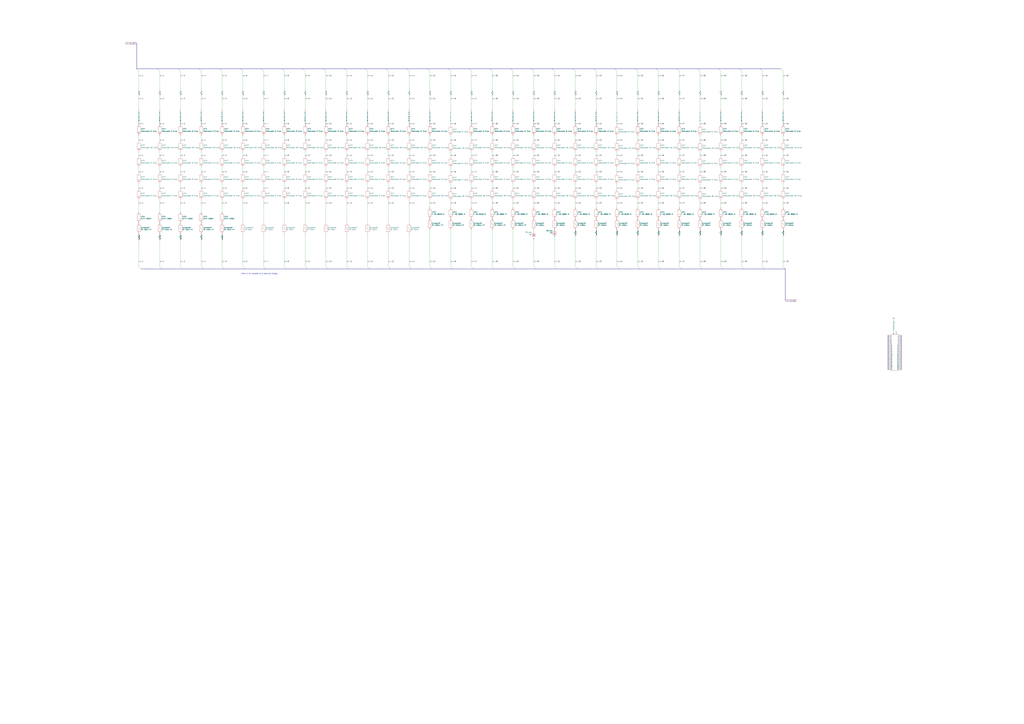
<source format=kicad_sch>
(kicad_sch (version 20230121) (generator eeschema)
  (paper "A0")
  (no_connect (at 1046.48 405.13))
  (no_connect (at 1046.48 416.56))
  (no_connect (at 1031.24 391.16))
  (no_connect (at 1046.48 411.48))
  (no_connect (at 619.76 277.495))
  (no_connect (at 1031.24 401.32))
  (no_connect (at 1031.24 402.59))
  (no_connect (at 1031.24 397.51))
  (no_connect (at 1046.48 393.7))
  (no_connect (at 1046.48 398.78))
  (no_connect (at 1031.24 417.83))
  (no_connect (at 1031.24 421.64))
  (no_connect (at 1031.24 425.45))
  (no_connect (at 1031.24 394.97))
  (no_connect (at 1046.48 415.29))
  (no_connect (at 1046.48 394.97))
  (no_connect (at 1031.24 400.05))
  (no_connect (at 1046.48 422.91))
  (no_connect (at 1031.24 426.72))
  (no_connect (at 1031.24 406.4))
  (no_connect (at 1046.48 427.99))
  (no_connect (at 1046.48 392.43))
  (no_connect (at 1031.24 408.94))
  (no_connect (at 643.89 274.32))
  (no_connect (at 1046.48 426.72))
  (no_connect (at 1031.24 416.56))
  (no_connect (at 1031.24 419.1))
  (no_connect (at 1031.24 389.89))
  (no_connect (at 1031.24 427.99))
  (no_connect (at 1046.48 403.86))
  (no_connect (at 1031.24 393.7))
  (no_connect (at 1031.24 414.02))
  (no_connect (at 1046.48 425.45))
  (no_connect (at 1046.48 424.18))
  (no_connect (at 1031.24 429.26))
  (no_connect (at 1031.24 405.13))
  (no_connect (at 1046.48 400.05))
  (no_connect (at 1046.48 396.24))
  (no_connect (at 1031.24 410.21))
  (no_connect (at 1046.48 421.64))
  (no_connect (at 1046.48 420.37))
  (no_connect (at 1031.24 392.43))
  (no_connect (at 1046.48 391.16))
  (no_connect (at 1046.48 407.67))
  (no_connect (at 1046.48 412.75))
  (no_connect (at 1046.48 389.89))
  (no_connect (at 1031.24 398.78))
  (no_connect (at 1031.24 407.67))
  (no_connect (at 1031.24 412.75))
  (no_connect (at 1031.24 403.86))
  (no_connect (at 1031.24 422.91))
  (no_connect (at 1046.48 408.94))
  (no_connect (at 1046.48 414.02))
  (no_connect (at 1046.48 397.51))
  (no_connect (at 1031.24 411.48))
  (no_connect (at 1046.48 401.32))
  (no_connect (at 1031.24 415.29))
  (no_connect (at 1046.48 419.1))
  (no_connect (at 1031.24 424.18))
  (no_connect (at 1046.48 406.4))
  (no_connect (at 1031.24 420.37))
  (no_connect (at 1031.24 396.24))
  (no_connect (at 1046.48 417.83))
  (no_connect (at 1046.48 410.21))
  (no_connect (at 1046.48 402.59))
  (no_connect (at 1046.48 429.26))
  (bus_entry (at 861.06 82.55) (size -2.54 -2.54))
  (bus_entry (at 571.5 309.88) (size 2.54 2.54))
  (bus_entry (at 209.55 82.55) (size -2.54 -2.54))
  (bus_entry (at 764.54 82.55) (size -2.54 -2.54))
  (bus_entry (at 643.89 309.88) (size 2.54 2.54))
  (bus_entry (at 836.93 309.88) (size 2.54 2.54))
  (bus_entry (at 740.41 309.88) (size 2.54 2.54))
  (bus_entry (at 161.29 82.55) (size -2.54 -2.54))
  (bus_entry (at 378.46 309.88) (size 2.54 2.54))
  (bus_entry (at 643.89 82.55) (size -2.54 -2.54))
  (bus_entry (at 547.37 82.55) (size -2.54 -2.54))
  (bus_entry (at 716.28 82.55) (size -2.54 -2.54))
  (bus_entry (at 692.15 309.88) (size 2.54 2.54))
  (bus_entry (at 595.63 82.55) (size -2.54 -2.54))
  (bus_entry (at 499.11 309.88) (size 2.54 2.54))
  (bus_entry (at 909.32 309.88) (size 2.54 2.54))
  (bus_entry (at 885.19 82.55) (size -2.54 -2.54))
  (bus_entry (at 668.02 309.88) (size 2.54 2.54))
  (bus_entry (at 306.07 309.88) (size 2.54 2.54))
  (bus_entry (at 523.24 309.88) (size 2.54 2.54))
  (bus_entry (at 426.72 82.55) (size -2.54 -2.54))
  (bus_entry (at 836.93 82.55) (size -2.54 -2.54))
  (bus_entry (at 474.98 82.55) (size -2.54 -2.54))
  (bus_entry (at 161.29 309.88) (size 2.54 2.54))
  (bus_entry (at 233.68 82.55) (size -2.54 -2.54))
  (bus_entry (at 450.85 82.55) (size -2.54 -2.54))
  (bus_entry (at 788.67 309.88) (size 2.54 2.54))
  (bus_entry (at 426.72 309.88) (size 2.54 2.54))
  (bus_entry (at 209.55 309.88) (size 2.54 2.54))
  (bus_entry (at 474.98 309.88) (size 2.54 2.54))
  (bus_entry (at 378.46 82.55) (size -2.54 -2.54))
  (bus_entry (at 909.32 82.55) (size -2.54 -2.54))
  (bus_entry (at 499.11 82.55) (size -2.54 -2.54))
  (bus_entry (at 523.24 82.55) (size -2.54 -2.54))
  (bus_entry (at 354.33 82.55) (size -2.54 -2.54))
  (bus_entry (at 716.28 309.88) (size 2.54 2.54))
  (bus_entry (at 788.67 82.55) (size -2.54 -2.54))
  (bus_entry (at 354.33 309.88) (size 2.54 2.54))
  (bus_entry (at 740.41 82.55) (size -2.54 -2.54))
  (bus_entry (at 257.81 82.55) (size -2.54 -2.54))
  (bus_entry (at 595.63 309.88) (size 2.54 2.54))
  (bus_entry (at 861.06 309.88) (size 2.54 2.54))
  (bus_entry (at 885.19 309.88) (size 2.54 2.54))
  (bus_entry (at 257.81 309.88) (size 2.54 2.54))
  (bus_entry (at 812.8 82.55) (size -2.54 -2.54))
  (bus_entry (at 402.59 82.55) (size -2.54 -2.54))
  (bus_entry (at 547.37 309.88) (size 2.54 2.54))
  (bus_entry (at 233.68 309.88) (size 2.54 2.54))
  (bus_entry (at 571.5 82.55) (size -2.54 -2.54))
  (bus_entry (at 185.42 82.55) (size -2.54 -2.54))
  (bus_entry (at 185.42 309.88) (size 2.54 2.54))
  (bus_entry (at 692.15 82.55) (size -2.54 -2.54))
  (bus_entry (at 330.2 309.88) (size 2.54 2.54))
  (bus_entry (at 281.94 309.88) (size 2.54 2.54))
  (bus_entry (at 619.76 309.88) (size 2.54 2.54))
  (bus_entry (at 281.94 82.55) (size -2.54 -2.54))
  (bus_entry (at 812.8 309.88) (size 2.54 2.54))
  (bus_entry (at 619.76 82.55) (size -2.54 -2.54))
  (bus_entry (at 764.54 309.88) (size 2.54 2.54))
  (bus_entry (at 668.02 82.55) (size -2.54 -2.54))
  (bus_entry (at 450.85 309.88) (size 2.54 2.54))
  (bus_entry (at 402.59 309.88) (size 2.54 2.54))
  (bus_entry (at 306.07 82.55) (size -2.54 -2.54))
  (bus_entry (at 330.2 82.55) (size -2.54 -2.54))
  (wire (pts (xy 523.24 144.145) (xy 523.24 145.415)))
  (wire (pts (xy 378.46 144.145) (xy 378.46 144.78)))
  (wire (pts (xy 354.33 271.78) (xy 354.33 309.88)))
  (wire (pts (xy 474.98 157.48) (xy 474.98 163.83)))
  (wire (pts (xy 233.68 194.31) (xy 233.68 200.66)))
  (wire (pts (xy 740.41 194.31) (xy 740.41 200.66)))
  (wire (pts (xy 378.46 232.41) (xy 378.46 259.08)))
  (wire (pts (xy 716.28 158.115) (xy 716.28 164.465)))
  (bus (pts (xy 477.52 312.42) (xy 501.65 312.42)))
  (wire (pts (xy 861.06 82.55) (xy 861.06 104.14)))
  (wire (pts (xy 861.06 176.53) (xy 861.06 181.61)))
  (wire (pts (xy 474.98 176.53) (xy 474.98 181.61)))
  (bus (pts (xy 356.87 312.42) (xy 381 312.42)))
  (wire (pts (xy 836.93 274.32) (xy 836.93 309.88)))
  (wire (pts (xy 474.98 144.145) (xy 474.98 144.78)))
  (wire (pts (xy 330.2 213.36) (xy 330.2 219.71)))
  (wire (pts (xy 306.07 194.31) (xy 306.07 200.66)))
  (wire (pts (xy 402.59 111.76) (xy 402.59 127.635)))
  (wire (pts (xy 764.54 157.48) (xy 764.54 163.83)))
  (wire (pts (xy 643.89 157.48) (xy 643.89 163.83)))
  (wire (pts (xy 740.41 144.145) (xy 740.41 144.78)))
  (bus (pts (xy 279.4 80.01) (xy 255.27 80.01)))
  (wire (pts (xy 571.5 266.7) (xy 571.5 309.88)))
  (wire (pts (xy 185.42 82.55) (xy 185.42 104.14)))
  (bus (pts (xy 260.35 312.42) (xy 284.48 312.42)))
  (wire (pts (xy 330.2 144.145) (xy 330.2 144.78)))
  (wire (pts (xy 330.2 271.78) (xy 330.2 309.88)))
  (wire (pts (xy 643.89 111.76) (xy 643.89 127.635)))
  (bus (pts (xy 496.57 80.01) (xy 472.44 80.01)))
  (wire (pts (xy 499.11 232.41) (xy 499.11 241.3)))
  (wire (pts (xy 643.89 274.32) (xy 643.89 309.88)))
  (wire (pts (xy 474.98 213.36) (xy 474.98 219.71)))
  (wire (pts (xy 209.55 176.53) (xy 209.55 181.61)))
  (wire (pts (xy 450.85 176.53) (xy 450.85 181.61)))
  (wire (pts (xy 619.76 176.53) (xy 619.76 181.61)))
  (wire (pts (xy 547.37 111.76) (xy 547.37 127.635)))
  (wire (pts (xy 450.85 157.48) (xy 450.85 163.83)))
  (wire (pts (xy 740.41 82.55) (xy 740.41 104.14)))
  (wire (pts (xy 909.32 233.045) (xy 909.32 241.3)))
  (wire (pts (xy 161.29 157.48) (xy 161.29 163.83)))
  (wire (pts (xy 788.67 157.48) (xy 788.67 163.83)))
  (wire (pts (xy 378.46 176.53) (xy 378.46 181.61)))
  (bus (pts (xy 641.35 80.01) (xy 617.22 80.01)))
  (wire (pts (xy 523.24 194.945) (xy 523.24 201.295)))
  (wire (pts (xy 233.68 144.145) (xy 233.68 144.78)))
  (wire (pts (xy 861.06 274.32) (xy 861.06 309.88)))
  (wire (pts (xy 209.55 232.41) (xy 209.55 246.38)))
  (wire (pts (xy 595.63 194.31) (xy 595.63 200.66)))
  (wire (pts (xy 474.98 111.76) (xy 474.98 127.635)))
  (wire (pts (xy 499.11 144.145) (xy 499.11 144.78)))
  (wire (pts (xy 619.76 232.41) (xy 619.76 241.3)))
  (wire (pts (xy 595.63 266.7) (xy 595.63 309.88)))
  (wire (pts (xy 812.8 144.145) (xy 812.8 145.415)))
  (wire (pts (xy 209.55 144.145) (xy 209.55 144.78)))
  (bus (pts (xy 424.18 80.01) (xy 400.05 80.01)))
  (bus (pts (xy 182.88 80.01) (xy 158.75 80.01)))
  (wire (pts (xy 764.54 176.53) (xy 764.54 181.61)))
  (bus (pts (xy 839.47 312.42) (xy 863.6 312.42)))
  (wire (pts (xy 692.15 111.76) (xy 692.15 127.635)))
  (wire (pts (xy 426.72 111.76) (xy 426.72 127.635)))
  (wire (pts (xy 426.72 194.31) (xy 426.72 200.66)))
  (bus (pts (xy 236.22 312.42) (xy 260.35 312.42)))
  (wire (pts (xy 185.42 279.4) (xy 185.42 309.88)))
  (wire (pts (xy 233.68 157.48) (xy 233.68 163.83)))
  (wire (pts (xy 861.06 213.36) (xy 861.06 219.71)))
  (wire (pts (xy 474.98 194.31) (xy 474.98 200.66)))
  (wire (pts (xy 450.85 82.55) (xy 450.85 104.14)))
  (wire (pts (xy 812.8 233.045) (xy 812.8 241.3)))
  (wire (pts (xy 643.89 82.55) (xy 643.89 104.14)))
  (wire (pts (xy 668.02 213.36) (xy 668.02 219.71)))
  (wire (pts (xy 619.76 111.76) (xy 619.76 127.635)))
  (wire (pts (xy 716.28 177.165) (xy 716.28 182.245)))
  (wire (pts (xy 233.68 176.53) (xy 233.68 181.61)))
  (wire (pts (xy 257.81 111.76) (xy 257.81 127.635)))
  (wire (pts (xy 595.63 232.41) (xy 595.63 241.3)))
  (wire (pts (xy 692.15 274.32) (xy 692.15 309.88)))
  (bus (pts (xy 834.39 80.01) (xy 810.26 80.01)))
  (wire (pts (xy 812.8 194.945) (xy 812.8 201.295)))
  (wire (pts (xy 402.59 176.53) (xy 402.59 181.61)))
  (wire (pts (xy 402.59 213.36) (xy 402.59 219.71)))
  (wire (pts (xy 450.85 194.31) (xy 450.85 200.66)))
  (wire (pts (xy 354.33 144.145) (xy 354.33 144.78)))
  (bus (pts (xy 887.73 312.42) (xy 911.86 312.42)))
  (wire (pts (xy 836.93 111.76) (xy 836.93 127.635)))
  (wire (pts (xy 523.24 158.115) (xy 523.24 164.465)))
  (wire (pts (xy 836.93 232.41) (xy 836.93 241.3)))
  (wire (pts (xy 426.72 144.145) (xy 426.72 144.78)))
  (wire (pts (xy 281.94 213.36) (xy 281.94 219.71)))
  (bus (pts (xy 429.26 312.42) (xy 453.39 312.42)))
  (wire (pts (xy 764.54 144.145) (xy 764.54 144.78)))
  (wire (pts (xy 861.06 232.41) (xy 861.06 241.3)))
  (wire (pts (xy 499.11 157.48) (xy 499.11 163.83)))
  (wire (pts (xy 643.89 176.53) (xy 643.89 181.61)))
  (bus (pts (xy 375.92 80.01) (xy 351.79 80.01)))
  (wire (pts (xy 281.94 144.145) (xy 281.94 144.78)))
  (wire (pts (xy 836.93 82.55) (xy 836.93 104.14)))
  (wire (pts (xy 885.19 176.53) (xy 885.19 181.61)))
  (wire (pts (xy 402.59 157.48) (xy 402.59 163.83)))
  (bus (pts (xy 858.52 80.01) (xy 834.39 80.01)))
  (wire (pts (xy 885.19 144.145) (xy 885.19 144.78)))
  (wire (pts (xy 909.32 144.145) (xy 909.32 144.78)))
  (wire (pts (xy 257.81 194.31) (xy 257.81 200.66)))
  (bus (pts (xy 737.87 80.01) (xy 713.74 80.01)))
  (wire (pts (xy 885.19 232.41) (xy 885.19 241.3)))
  (wire (pts (xy 306.07 111.76) (xy 306.07 127.635)))
  (wire (pts (xy 306.07 271.78) (xy 306.07 309.88)))
  (wire (pts (xy 547.37 82.55) (xy 547.37 104.14)))
  (wire (pts (xy 716.28 111.76) (xy 716.28 127.635)))
  (bus (pts (xy 791.21 312.42) (xy 815.34 312.42)))
  (bus (pts (xy 762 80.01) (xy 737.87 80.01)))
  (wire (pts (xy 716.28 194.945) (xy 716.28 201.295)))
  (bus (pts (xy 622.3 312.42) (xy 646.43 312.42)))
  (wire (pts (xy 836.93 144.145) (xy 836.93 144.78)))
  (bus (pts (xy 810.26 80.01) (xy 786.13 80.01)))
  (bus (pts (xy 670.56 312.42) (xy 694.69 312.42)))
  (wire (pts (xy 861.06 194.31) (xy 861.06 200.66)))
  (bus (pts (xy 544.83 80.01) (xy 520.7 80.01)))
  (wire (pts (xy 716.28 144.145) (xy 716.28 145.415)))
  (wire (pts (xy 354.33 194.31) (xy 354.33 200.66)))
  (wire (pts (xy 209.55 279.4) (xy 209.55 309.88)))
  (wire (pts (xy 306.07 157.48) (xy 306.07 163.83)))
  (wire (pts (xy 692.15 157.48) (xy 692.15 163.83)))
  (wire (pts (xy 571.5 194.31) (xy 571.5 200.66)))
  (wire (pts (xy 306.07 144.145) (xy 306.07 144.78)))
  (wire (pts (xy 547.37 194.31) (xy 547.37 200.66)))
  (wire (pts (xy 209.55 157.48) (xy 209.55 163.83)))
  (bus (pts (xy 598.17 312.42) (xy 622.3 312.42)))
  (wire (pts (xy 547.37 144.145) (xy 547.37 144.78)))
  (wire (pts (xy 668.02 144.145) (xy 668.02 144.78)))
  (wire (pts (xy 523.24 82.55) (xy 523.24 104.14)))
  (wire (pts (xy 474.98 271.78) (xy 474.98 309.88)))
  (bus (pts (xy 453.39 312.42) (xy 477.52 312.42)))
  (bus (pts (xy 617.22 80.01) (xy 593.09 80.01)))
  (wire (pts (xy 764.54 232.41) (xy 764.54 241.3)))
  (wire (pts (xy 281.94 157.48) (xy 281.94 163.83)))
  (wire (pts (xy 861.06 111.76) (xy 861.06 127.635)))
  (wire (pts (xy 909.32 157.48) (xy 909.32 163.83)))
  (wire (pts (xy 812.8 82.55) (xy 812.8 104.14)))
  (wire (pts (xy 692.15 194.31) (xy 692.15 200.66)))
  (wire (pts (xy 740.41 274.32) (xy 740.41 309.88)))
  (wire (pts (xy 354.33 176.53) (xy 354.33 181.61)))
  (wire (pts (xy 233.68 213.36) (xy 233.68 219.71)))
  (wire (pts (xy 643.89 232.41) (xy 643.89 241.3)))
  (wire (pts (xy 161.29 213.36) (xy 161.29 219.71)))
  (bus (pts (xy 187.96 312.42) (xy 212.09 312.42)))
  (wire (pts (xy 716.28 274.32) (xy 716.28 309.88)))
  (bus (pts (xy 911.86 312.42) (xy 911.86 349.25)))
  (wire (pts (xy 523.24 266.7) (xy 523.24 309.88)))
  (wire (pts (xy 909.32 194.31) (xy 909.32 200.66)))
  (wire (pts (xy 281.94 271.78) (xy 281.94 309.88)))
  (wire (pts (xy 257.81 279.4) (xy 257.81 309.88)))
  (wire (pts (xy 499.11 194.31) (xy 499.11 200.66)))
  (wire (pts (xy 378.46 271.78) (xy 378.46 309.88)))
  (wire (pts (xy 595.63 111.76) (xy 595.63 127.635)))
  (wire (pts (xy 716.28 82.55) (xy 716.28 104.14)))
  (wire (pts (xy 185.42 176.53) (xy 185.42 181.61)))
  (bus (pts (xy 549.91 312.42) (xy 574.04 312.42)))
  (bus (pts (xy 520.7 80.01) (xy 496.57 80.01)))
  (wire (pts (xy 547.37 157.48) (xy 547.37 163.83)))
  (bus (pts (xy 231.14 80.01) (xy 207.01 80.01)))
  (bus (pts (xy 568.96 80.01) (xy 544.83 80.01)))
  (wire (pts (xy 909.32 82.55) (xy 909.32 104.14)))
  (bus (pts (xy 786.13 80.01) (xy 762 80.01)))
  (wire (pts (xy 788.67 82.55) (xy 788.67 104.14)))
  (wire (pts (xy 161.29 111.76) (xy 161.29 127.635)))
  (wire (pts (xy 595.63 176.53) (xy 595.63 181.61)))
  (wire (pts (xy 378.46 111.76) (xy 378.46 127.635)))
  (bus (pts (xy 863.6 312.42) (xy 887.73 312.42)))
  (wire (pts (xy 185.42 144.145) (xy 185.42 144.78)))
  (wire (pts (xy 812.8 213.995) (xy 812.8 220.345)))
  (wire (pts (xy 185.42 157.48) (xy 185.42 163.83)))
  (wire (pts (xy 571.5 111.76) (xy 571.5 127.635)))
  (wire (pts (xy 257.81 144.145) (xy 257.81 144.78)))
  (wire (pts (xy 233.68 82.55) (xy 233.68 104.14)))
  (wire (pts (xy 499.11 82.55) (xy 499.11 104.14)))
  (wire (pts (xy 306.07 82.55) (xy 306.07 104.14)))
  (wire (pts (xy 257.81 176.53) (xy 257.81 181.61)))
  (wire (pts (xy 426.72 271.78) (xy 426.72 309.88)))
  (wire (pts (xy 378.46 213.36) (xy 378.46 219.71)))
  (wire (pts (xy 233.68 111.76) (xy 233.68 127.635)))
  (bus (pts (xy 472.44 80.01) (xy 448.31 80.01)))
  (wire (pts (xy 885.19 157.48) (xy 885.19 163.83)))
  (wire (pts (xy 402.59 232.41) (xy 402.59 259.08)))
  (wire (pts (xy 619.76 194.31) (xy 619.76 200.66)))
  (bus (pts (xy 501.65 312.42) (xy 525.78 312.42)))
  (wire (pts (xy 619.76 157.48) (xy 619.76 163.83)))
  (wire (pts (xy 161.29 176.53) (xy 161.29 181.61)))
  (wire (pts (xy 764.54 82.55) (xy 764.54 104.14)))
  (wire (pts (xy 547.37 176.53) (xy 547.37 181.61)))
  (wire (pts (xy 740.41 213.36) (xy 740.41 219.71)))
  (bus (pts (xy 284.48 312.42) (xy 308.61 312.42)))
  (wire (pts (xy 547.37 266.7) (xy 547.37 309.88)))
  (wire (pts (xy 281.94 82.55) (xy 281.94 104.14)))
  (wire (pts (xy 861.06 157.48) (xy 861.06 163.83)))
  (wire (pts (xy 330.2 232.41) (xy 330.2 259.08)))
  (wire (pts (xy 185.42 194.31) (xy 185.42 200.66)))
  (wire (pts (xy 885.19 213.36) (xy 885.19 219.71)))
  (wire (pts (xy 330.2 82.55) (xy 330.2 104.14)))
  (bus (pts (xy 448.31 80.01) (xy 424.18 80.01)))
  (wire (pts (xy 523.24 213.995) (xy 523.24 220.345)))
  (bus (pts (xy 158.75 80.01) (xy 158.75 50.165)))
  (bus (pts (xy 689.61 80.01) (xy 665.48 80.01)))
  (bus (pts (xy 593.09 80.01) (xy 568.96 80.01)))
  (bus (pts (xy 815.34 312.42) (xy 839.47 312.42)))
  (wire (pts (xy 281.94 176.53) (xy 281.94 181.61)))
  (wire (pts (xy 402.59 271.78) (xy 402.59 309.88)))
  (wire (pts (xy 450.85 232.41) (xy 450.85 259.08)))
  (wire (pts (xy 281.94 111.76) (xy 281.94 127.635)))
  (bus (pts (xy 694.69 312.42) (xy 718.82 312.42)))
  (bus (pts (xy 665.48 80.01) (xy 641.35 80.01)))
  (wire (pts (xy 499.11 176.53) (xy 499.11 181.61)))
  (wire (pts (xy 668.02 157.48) (xy 668.02 163.83)))
  (wire (pts (xy 185.42 111.76) (xy 185.42 127.635)))
  (wire (pts (xy 306.07 176.53) (xy 306.07 181.61)))
  (wire (pts (xy 885.19 194.31) (xy 885.19 200.66)))
  (wire (pts (xy 474.98 82.55) (xy 474.98 104.14)))
  (wire (pts (xy 619.76 266.7) (xy 619.76 268.605)))
  (wire (pts (xy 281.94 232.41) (xy 281.94 259.08)))
  (wire (pts (xy 885.19 111.76) (xy 885.19 127.635)))
  (wire (pts (xy 788.67 111.76) (xy 788.67 127.635)))
  (wire (pts (xy 499.11 111.76) (xy 499.11 127.635)))
  (wire (pts (xy 909.32 274.32) (xy 909.32 309.88)))
  (bus (pts (xy 718.82 312.42) (xy 742.95 312.42)))
  (wire (pts (xy 426.72 157.48) (xy 426.72 163.83)))
  (wire (pts (xy 402.59 144.145) (xy 402.59 144.78)))
  (bus (pts (xy 351.79 80.01) (xy 327.66 80.01)))
  (wire (pts (xy 668.02 194.31) (xy 668.02 200.66)))
  (wire (pts (xy 571.5 144.145) (xy 571.5 144.78)))
  (wire (pts (xy 692.15 213.36) (xy 692.15 219.71)))
  (wire (pts (xy 643.89 213.36) (xy 643.89 219.71)))
  (wire (pts (xy 378.46 157.48) (xy 378.46 163.83)))
  (wire (pts (xy 306.07 213.36) (xy 306.07 219.71)))
  (wire (pts (xy 668.02 111.76) (xy 668.02 127.635)))
  (bus (pts (xy 400.05 80.01) (xy 375.92 80.01)))
  (bus (pts (xy 212.09 312.42) (xy 236.22 312.42)))
  (wire (pts (xy 643.89 144.145) (xy 643.89 144.78)))
  (wire (pts (xy 402.59 82.55) (xy 402.59 104.14)))
  (wire (pts (xy 450.85 144.145) (xy 450.85 144.78)))
  (wire (pts (xy 788.67 144.145) (xy 788.67 144.78)))
  (wire (pts (xy 619.76 277.495) (xy 619.76 309.88)))
  (wire (pts (xy 378.46 194.31) (xy 378.46 200.66)))
  (wire (pts (xy 571.5 232.41) (xy 571.5 241.3)))
  (wire (pts (xy 595.63 82.55) (xy 595.63 104.14)))
  (bus (pts (xy 405.13 312.42) (xy 429.26 312.42)))
  (bus (pts (xy 163.83 312.42) (xy 187.96 312.42)))
  (wire (pts (xy 836.93 213.36) (xy 836.93 219.71)))
  (wire (pts (xy 595.63 213.36) (xy 595.63 219.71)))
  (wire (pts (xy 474.98 232.41) (xy 474.98 259.08)))
  (wire (pts (xy 523.24 177.165) (xy 523.24 182.245)))
  (wire (pts (xy 692.15 232.41) (xy 692.15 241.3)))
  (wire (pts (xy 740.41 111.76) (xy 740.41 127.635)))
  (bus (pts (xy 327.66 80.01) (xy 303.53 80.01)))
  (bus (pts (xy 742.95 312.42) (xy 767.08 312.42)))
  (wire (pts (xy 716.28 233.045) (xy 716.28 241.3)))
  (wire (pts (xy 812.8 111.76) (xy 812.8 127.635)))
  (wire (pts (xy 571.5 213.36) (xy 571.5 219.71)))
  (bus (pts (xy 882.65 80.01) (xy 858.52 80.01)))
  (wire (pts (xy 836.93 176.53) (xy 836.93 181.61)))
  (wire (pts (xy 788.67 194.31) (xy 788.67 200.66)))
  (bus (pts (xy 906.78 80.01) (xy 882.65 80.01)))
  (bus (pts (xy 574.04 312.42) (xy 598.17 312.42)))
  (wire (pts (xy 909.32 213.36) (xy 909.32 219.71)))
  (wire (pts (xy 450.85 213.36) (xy 450.85 219.71)))
  (wire (pts (xy 595.63 144.145) (xy 595.63 144.78)))
  (wire (pts (xy 257.81 213.36) (xy 257.81 219.71)))
  (wire (pts (xy 788.67 213.36) (xy 788.67 219.71)))
  (wire (pts (xy 668.02 82.55) (xy 668.02 104.14)))
  (wire (pts (xy 788.67 274.32) (xy 788.67 309.88)))
  (wire (pts (xy 619.76 82.55) (xy 619.76 104.14)))
  (wire (pts (xy 571.5 82.55) (xy 571.5 104.14)))
  (bus (pts (xy 713.74 80.01) (xy 689.61 80.01)))
  (wire (pts (xy 764.54 213.36) (xy 764.54 219.71)))
  (wire (pts (xy 836.93 194.31) (xy 836.93 200.66)))
  (wire (pts (xy 209.55 82.55) (xy 209.55 104.14)))
  (wire (pts (xy 740.41 176.53) (xy 740.41 181.61)))
  (wire (pts (xy 426.72 176.53) (xy 426.72 181.61)))
  (wire (pts (xy 668.02 274.32) (xy 668.02 309.88)))
  (bus (pts (xy 207.01 80.01) (xy 182.88 80.01)))
  (wire (pts (xy 909.32 111.76) (xy 909.32 127.635)))
  (bus (pts (xy 525.78 312.42) (xy 549.91 312.42)))
  (wire (pts (xy 619.76 213.36) (xy 619.76 219.71)))
  (bus (pts (xy 308.61 312.42) (xy 332.74 312.42)))
  (wire (pts (xy 354.33 111.76) (xy 354.33 127.635)))
  (wire (pts (xy 402.59 194.31) (xy 402.59 200.66)))
  (bus (pts (xy 381 312.42) (xy 405.13 312.42)))
  (wire (pts (xy 233.68 232.41) (xy 233.68 246.38)))
  (wire (pts (xy 547.37 213.36) (xy 547.37 219.71)))
  (wire (pts (xy 909.32 176.53) (xy 909.32 181.61)))
  (wire (pts (xy 764.54 111.76) (xy 764.54 127.635)))
  (wire (pts (xy 330.2 176.53) (xy 330.2 181.61)))
  (wire (pts (xy 861.06 144.145) (xy 861.06 144.78)))
  (wire (pts (xy 812.8 274.32) (xy 812.8 309.88)))
  (wire (pts (xy 812.8 158.115) (xy 812.8 164.465)))
  (wire (pts (xy 161.29 194.31) (xy 161.29 200.66)))
  (wire (pts (xy 426.72 232.41) (xy 426.72 259.08)))
  (wire (pts (xy 354.33 157.48) (xy 354.33 163.83)))
  (wire (pts (xy 426.72 213.36) (xy 426.72 219.71)))
  (wire (pts (xy 257.81 82.55) (xy 257.81 104.14)))
  (wire (pts (xy 692.15 144.145) (xy 692.15 144.78)))
  (wire (pts (xy 547.37 232.41) (xy 547.37 241.3)))
  (wire (pts (xy 523.24 111.76) (xy 523.24 127.635)))
  (wire (pts (xy 257.81 157.48) (xy 257.81 163.83)))
  (wire (pts (xy 209.55 194.31) (xy 209.55 200.66)))
  (wire (pts (xy 209.55 213.36) (xy 209.55 219.71)))
  (wire (pts (xy 330.2 157.48) (xy 330.2 163.83)))
  (wire (pts (xy 788.67 176.53) (xy 788.67 181.61)))
  (wire (pts (xy 523.24 233.045) (xy 523.24 241.3)))
  (wire (pts (xy 812.8 177.165) (xy 812.8 182.245)))
  (wire (pts (xy 185.42 213.36) (xy 185.42 219.71)))
  (wire (pts (xy 306.07 232.41) (xy 306.07 259.08)))
  (wire (pts (xy 692.15 82.55) (xy 692.15 104.14)))
  (wire (pts (xy 740.41 232.41) (xy 740.41 241.3)))
  (wire (pts (xy 499.11 213.36) (xy 499.11 219.71)))
  (wire (pts (xy 764.54 274.32) (xy 764.54 309.88)))
  (wire (pts (xy 692.15 176.53) (xy 692.15 181.61)))
  (wire (pts (xy 499.11 266.7) (xy 499.11 309.88)))
  (bus (pts (xy 255.27 80.01) (xy 231.14 80.01)))
  (wire (pts (xy 571.5 157.48) (xy 571.5 163.83)))
  (wire (pts (xy 233.68 279.4) (xy 233.68 309.88)))
  (bus (pts (xy 767.08 312.42) (xy 791.21 312.42)))
  (wire (pts (xy 764.54 194.31) (xy 764.54 200.66)))
  (wire (pts (xy 619.76 144.145) (xy 619.76 144.78)))
  (wire (pts (xy 450.85 271.78) (xy 450.85 309.88)))
  (wire (pts (xy 161.29 279.4) (xy 161.29 309.88)))
  (wire (pts (xy 161.29 232.41) (xy 161.29 246.38)))
  (bus (pts (xy 303.53 80.01) (xy 279.4 80.01)))
  (wire (pts (xy 330.2 111.76) (xy 330.2 127.635)))
  (wire (pts (xy 836.93 157.48) (xy 836.93 163.83)))
  (bus (pts (xy 332.74 312.42) (xy 356.87 312.42)))
  (wire (pts (xy 595.63 157.48) (xy 595.63 163.83)))
  (wire (pts (xy 257.81 232.41) (xy 257.81 246.38)))
  (wire (pts (xy 185.42 232.41) (xy 185.42 246.38)))
  (wire (pts (xy 788.67 232.41) (xy 788.67 241.3)))
  (wire (pts (xy 281.94 194.31) (xy 281.94 200.66)))
  (wire (pts (xy 161.29 82.55) (xy 161.29 104.14)))
  (wire (pts (xy 571.5 176.53) (xy 571.5 181.61)))
  (wire (pts (xy 354.33 232.41) (xy 354.33 259.08)))
  (wire (pts (xy 668.02 176.53) (xy 668.02 181.61)))
  (wire (pts (xy 885.19 82.55) (xy 885.19 104.14)))
  (wire (pts (xy 716.28 213.995) (xy 716.28 220.345)))
  (bus (pts (xy 646.43 312.42) (xy 670.56 312.42)))
  (wire (pts (xy 740.41 157.48) (xy 740.41 163.83)))
  (wire (pts (xy 643.89 194.31) (xy 643.89 200.66)))
  (wire (pts (xy 885.19 274.32) (xy 885.19 309.88)))
  (wire (pts (xy 426.72 82.55) (xy 426.72 104.14)))
  (wire (pts (xy 450.85 111.76) (xy 450.85 127.635)))
  (wire (pts (xy 209.55 111.76) (xy 209.55 127.635)))
  (wire (pts (xy 354.33 213.36) (xy 354.33 219.71)))
  (wire (pts (xy 378.46 82.55) (xy 378.46 104.14)))
  (wire (pts (xy 330.2 194.31) (xy 330.2 200.66)))
  (wire (pts (xy 668.02 232.41) (xy 668.02 241.3)))
  (wire (pts (xy 354.33 82.55) (xy 354.33 104.14)))
  (wire (pts (xy 161.29 144.145) (xy 161.29 144.78)))
  (text "From L4-6, onwards is to add and change\n" (at 280.035 318.77 0) (effects (font (size 1.27 1.27)) (justify left bottom)))
  (label "L4-10" (at 378.46 236.855 0))
  (label "L4-30" (at 861.06 144.78 0))
  (label "L4-25" (at 740.41 200.66 0))
  (label "L4-32" (at 909.32 236.855 0))
  (label "L4-25" (at 740.41 88.9 0))
  (label "L4-17" (at 547.37 181.61 0))
  (label "L4-4" (at 233.68 115.57 0))
  (label "L4-4" (at 233.68 219.71 0))
  (label "L4-6" (at 281.94 200.66 0))
  (label "L4-6" (at 281.94 144.78 0))
  (label "L4-24" (at 716.28 219.71 0))
  (label "L4-24" (at 716.28 115.57 0))
  (label "L4-12" (at 426.72 219.71 0))
  (label "L4-24" (at 716.28 88.9 0))
  (label "L4-5" (at 257.81 163.83 0))
  (label "L4-23" (at 692.15 219.71 0))
  (label "L4-16" (at 523.24 236.855 0))
  (label "L4-25" (at 740.41 144.78 0))
  (label "L4-23" (at 692.15 144.78 0))
  (label "L4-6" (at 281.94 115.57 0))
  (label "L4-2" (at 185.42 236.855 0))
  (label "L4-2" (at 185.42 163.83 0))
  (label "L4-3" (at 209.55 88.9 0))
  (label "L4-15" (at 499.11 88.9 0))
  (label "L4-17" (at 547.37 144.78 0))
  (label "L4-20" (at 619.76 304.8 0))
  (label "L4-6" (at 281.94 88.9 0))
  (label "L4-7" (at 306.07 163.83 0))
  (label "L4-8" (at 330.2 304.8 0))
  (label "L4-17" (at 547.37 163.83 0))
  (label "L4-25" (at 740.41 219.71 0))
  (label "L4-18" (at 571.5 236.855 0))
  (label "L4-11" (at 402.59 88.9 0))
  (label "L4-3" (at 209.55 219.71 0))
  (label "L4-13" (at 450.85 200.66 0))
  (label "L4-29" (at 836.93 115.57 0))
  (label "L4-11" (at 402.59 144.78 0))
  (label "L4-12" (at 426.72 88.9 0))
  (label "L4-12" (at 426.72 115.57 0))
  (label "L4-5" (at 257.81 219.71 0))
  (label "L4-8" (at 330.2 200.66 0))
  (label "L4-10" (at 378.46 200.66 0))
  (label "L4-2" (at 185.42 200.66 0))
  (label "L4-18" (at 571.5 219.71 0))
  (label "L4-22" (at 668.02 304.8 0))
  (label "L4-12" (at 426.72 236.855 0))
  (label "L4-16" (at 523.24 115.57 0))
  (label "L4-32" (at 909.32 219.71 0))
  (label "L4-21" (at 643.89 88.9 0))
  (label "L4-20" (at 619.76 88.9 0))
  (label "L4-9" (at 354.33 88.9 0))
  (label "L4-4" (at 233.68 88.9 0))
  (label "L4-27" (at 788.67 304.8 0))
  (label "L4-10" (at 378.46 88.9 0))
  (label "L4-22" (at 668.02 219.71 0))
  (label "L4-9" (at 354.33 219.71 0))
  (label "L4-11" (at 402.59 181.61 0))
  (label "L4-11" (at 402.59 236.855 0))
  (label "L4-4" (at 233.68 236.855 0))
  (label "L4-7" (at 306.07 181.61 0))
  (label "L4-30" (at 861.06 163.83 0))
  (label "L4-1" (at 161.29 304.8 0))
  (label "L4-26" (at 764.54 163.83 0))
  (label "L4-9" (at 354.33 163.83 0))
  (label "L4-18" (at 571.5 304.8 0))
  (label "L4-27" (at 788.67 219.71 0))
  (label "L4-2" (at 185.42 115.57 0))
  (label "L4-15" (at 499.11 115.57 0))
  (label "L4-15" (at 499.11 144.78 0))
  (label "L4-10" (at 378.46 163.83 0))
  (label "L4-30" (at 861.06 304.8 0))
  (label "L4-17" (at 547.37 219.71 0))
  (label "L4-20" (at 619.76 144.78 0))
  (label "L4-8" (at 330.2 163.83 0))
  (label "L4-24" (at 716.28 304.8 0))
  (label "L4-21" (at 643.89 304.8 0))
  (label "L4-10" (at 378.46 115.57 0))
  (label "L4-17" (at 547.37 115.57 0))
  (label "L4-22" (at 668.02 181.61 0))
  (label "L4-21" (at 643.89 144.78 0))
  (label "L4-2" (at 185.42 88.9 0))
  (label "L4-23" (at 692.15 304.8 0))
  (label "L4-17" (at 547.37 88.9 0))
  (label "L4-15" (at 499.11 236.855 0))
  (label "L4-26" (at 764.54 219.71 0))
  (label "L4-11" (at 402.59 200.66 0))
  (label "L4-12" (at 426.72 163.83 0))
  (label "L4-15" (at 499.11 219.71 0))
  (label "L4-11" (at 402.59 163.83 0))
  (label "L4-4" (at 233.68 181.61 0))
  (label "L4-13" (at 450.85 236.855 0))
  (label "L4-30" (at 861.06 219.71 0))
  (label "L4-27" (at 788.67 144.78 0))
  (label "L4-3" (at 209.55 304.8 0))
  (label "L4-12" (at 426.72 304.8 0))
  (label "L4-7" (at 306.07 115.57 0))
  (label "L4-5" (at 257.81 181.61 0))
  (label "L4-9" (at 354.33 144.78 0))
  (label "L4-31" (at 885.19 200.66 0))
  (label "L4-2" (at 185.42 219.71 0))
  (label "L4-28" (at 812.8 115.57 0))
  (label "L4-14" (at 474.98 304.8 0))
  (label "L4-5" (at 257.81 115.57 0))
  (label "L4-24" (at 716.28 181.61 0))
  (label "L4-9" (at 354.33 200.66 0))
  (label "L4-3" (at 209.55 144.78 0))
  (label "L4-14" (at 474.98 163.83 0))
  (label "L4-28" (at 812.8 181.61 0))
  (label "L4-15" (at 499.11 163.83 0))
  (label "L4-20" (at 619.76 115.57 0))
  (label "L4-19" (at 595.63 144.78 0))
  (label "L4-1" (at 161.29 88.9 0))
  (label "L4-16" (at 523.24 181.61 0))
  (label "L4-12" (at 426.72 144.78 0))
  (label "L4-30" (at 861.06 236.855 0))
  (label "L4-31" (at 885.19 88.9 0))
  (label "L4-28" (at 812.8 200.66 0))
  (label "L4-9" (at 354.33 304.8 0))
  (label "L4-27" (at 788.67 181.61 0))
  (label "L4-17" (at 547.37 200.66 0))
  (label "L4-15" (at 499.11 304.8 0))
  (label "L4-32" (at 909.32 163.83 0))
  (label "L4-7" (at 306.07 304.8 0))
  (label "L4-27" (at 788.67 200.66 0))
  (label "L4-29" (at 836.93 236.855 0))
  (label "L4-24" (at 716.28 236.855 0))
  (label "L4-29" (at 836.93 304.8 0))
  (label "L4-8" (at 330.2 144.78 0))
  (label "L4-13" (at 450.85 163.83 0))
  (label "L4-22" (at 668.02 115.57 0))
  (label "L4-3" (at 209.55 115.57 0))
  (label "L4-31" (at 885.19 163.83 0))
  (label "L4-31" (at 885.19 219.71 0))
  (label "L4-15" (at 499.11 181.61 0))
  (label "L4-19" (at 595.63 236.855 0))
  (label "L4-29" (at 836.93 181.61 0))
  (label "L4-3" (at 209.55 236.855 0))
  (label "L4-3" (at 209.55 163.83 0))
  (label "L4-1" (at 161.29 181.61 0))
  (label "L4-16" (at 523.24 144.78 0))
  (label "L4-1" (at 161.29 163.83 0))
  (label "L4-23" (at 692.15 236.855 0))
  (label "L4-7" (at 306.07 88.9 0))
  (label "L4-16" (at 523.24 219.71 0))
  (label "L4-23" (at 692.15 88.9 0))
  (label "L4-10" (at 378.46 304.8 0))
  (label "L4-19" (at 595.63 304.8 0))
  (label "L4-2" (at 185.42 304.8 0))
  (label "L4-14" (at 474.98 88.9 0))
  (label "L4-11" (at 402.59 304.8 0))
  (label "L4-8" (at 330.2 88.9 0))
  (label "L4-23" (at 692.15 181.61 0))
  (label "L4-2" (at 185.42 181.61 0))
  (label "L4-5" (at 257.81 144.78 0))
  (label "L4-21" (at 643.89 236.855 0))
  (label "L4-18" (at 571.5 200.66 0))
  (label "L4-13" (at 450.85 88.9 0))
  (label "L4-19" (at 595.63 219.71 0))
  (label "L4-20" (at 619.76 219.71 0))
  (label "L4-28" (at 812.8 236.855 0))
  (label "L4-13" (at 450.85 219.71 0))
  (label "L4-5" (at 257.81 236.855 0))
  (label "L4-17" (at 547.37 236.855 0))
  (label "L4-31" (at 885.19 181.61 0))
  (label "L4-4" (at 233.68 304.8 0))
  (label "L4-28" (at 812.8 88.9 0))
  (label "L4-32" (at 909.32 181.61 0))
  (label "L4-27" (at 788.67 163.83 0))
  (label "L4-26" (at 764.54 115.57 0))
  (label "L4-19" (at 595.63 163.83 0))
  (label "L4-21" (at 643.89 163.83 0))
  (label "L4-28" (at 812.8 304.8 0))
  (label "L4-23" (at 692.15 200.66 0))
  (label "L4-20" (at 619.76 200.66 0))
  (label "L4-17" (at 547.37 304.8 0))
  (label "L4-6" (at 281.94 304.8 0))
  (label "L4-31" (at 885.19 144.78 0))
  (label "L4-32" (at 909.32 200.66 0))
  (label "L4-19" (at 595.63 200.66 0))
  (label "L4-18" (at 571.5 163.83 0))
  (label "L4-4" (at 233.68 200.66 0))
  (label "L4-23" (at 692.15 115.57 0))
  (label "L4-4" (at 233.68 163.83 0))
  (label "L4-29" (at 836.93 163.83 0))
  (label "L4-11" (at 402.59 219.71 0))
  (label "L4-12" (at 426.72 200.66 0))
  (label "L4-26" (at 764.54 181.61 0))
  (label "L4-15" (at 499.11 200.66 0))
  (label "L4-1" (at 161.29 236.855 0))
  (label "L4-13" (at 450.85 115.57 0))
  (label "L4-6" (at 281.94 181.61 0))
  (label "L4-32" (at 909.32 144.78 0))
  (label "L4-6" (at 281.94 163.83 0))
  (label "L4-18" (at 571.5 115.57 0))
  (label "L4-21" (at 643.89 219.71 0))
  (label "L4-20" (at 619.76 163.83 0))
  (label "L4-30" (at 861.06 181.61 0))
  (label "L4-10" (at 378.46 181.61 0))
  (label "L4-7" (at 306.07 219.71 0))
  (label "L4-5" (at 257.81 304.8 0))
  (label "L4-28" (at 812.8 163.83 0))
  (label "L4-25" (at 740.41 304.8 0))
  (label "L4-18" (at 571.5 181.61 0))
  (label "L4-19" (at 595.63 88.9 0))
  (label "L4-26" (at 764.54 236.855 0))
  (label "L4-26" (at 764.54 200.66 0))
  (label "L4-24" (at 716.28 200.66 0))
  (label "L4-19" (at 595.63 181.61 0))
  (label "L4-14" (at 474.98 219.71 0))
  (label "L4-29" (at 836.93 200.66 0))
  (label "L4-21" (at 643.89 115.57 0))
  (label "L4-26" (at 764.54 144.78 0))
  (label "L4-26" (at 764.54 88.9 0))
  (label "L4-29" (at 836.93 88.9 0))
  (label "L4-14" (at 474.98 181.61 0))
  (label "L4-9" (at 354.33 236.855 0))
  (label "L4-24" (at 716.28 163.83 0))
  (label "L4-22" (at 668.02 88.9 0))
  (label "L4-31" (at 885.19 304.8 0))
  (label "L4-31" (at 885.19 115.57 0))
  (label "L4-13" (at 450.85 181.61 0))
  (label "L4-23" (at 692.15 163.83 0))
  (label "L4-18" (at 571.5 144.78 0))
  (label "L4-19" (at 595.63 115.57 0))
  (label "L4-10" (at 378.46 144.78 0))
  (label "L4-30" (at 861.06 200.66 0))
  (label "L4-14" (at 474.98 144.78 0))
  (label "L4-25" (at 740.41 163.83 0))
  (label "L4-14" (at 474.98 115.57 0))
  (label "L4-32" (at 909.32 304.8 0))
  (label "L4-22" (at 668.02 144.78 0))
  (label "L4-8" (at 330.2 115.57 0))
  (label "L4-22" (at 668.02 236.855 0))
  (label "L4-9" (at 354.33 115.57 0))
  (label "L4-13" (at 450.85 144.78 0))
  (label "L4-7" (at 306.07 144.78 0))
  (label "L4-24" (at 716.28 144.78 0))
  (label "L4-13" (at 450.85 304.8 0))
  (label "L4-25" (at 740.41 236.855 0))
  (label "L4-7" (at 306.07 236.855 0))
  (label "L4-30" (at 861.06 115.57 0))
  (label "L4-1" (at 161.29 219.71 0))
  (label "L4-27" (at 788.67 115.57 0))
  (label "L4-31" (at 885.19 236.855 0))
  (label "L4-14" (at 474.98 200.66 0))
  (label "L4-32" (at 909.32 88.9 0))
  (label "L4-18" (at 571.5 88.9 0))
  (label "L4-14" (at 474.98 236.855 0))
  (label "L4-6" (at 281.94 219.71 0))
  (label "L4-8" (at 330.2 219.71 0))
  (label "L4-1" (at 161.29 144.78 0))
  (label "L4-16" (at 523.24 200.66 0))
  (label "L4-26" (at 764.54 304.8 0))
  (label "L4-21" (at 643.89 200.66 0))
  (label "L4-27" (at 788.67 88.9 0))
  (label "L4-5" (at 257.81 88.9 0))
  (label "L4-1" (at 161.29 200.66 0))
  (label "L4-10" (at 378.46 219.71 0))
  (label "L4-25" (at 740.41 115.57 0))
  (label "L4-27" (at 788.67 236.855 0))
  (label "L4-8" (at 330.2 181.61 0))
  (label "L4-3" (at 209.55 200.66 0))
  (label "L4-30" (at 861.06 88.9 0))
  (label "L4-22" (at 668.02 200.66 0))
  (label "L4-3" (at 209.55 181.61 0))
  (label "L4-12" (at 426.72 181.61 0))
  (label "L4-20" (at 619.76 236.855 0))
  (label "L4-2" (at 185.42 144.78 0))
  (label "L4-11" (at 402.59 115.57 0))
  (label "L4-9" (at 354.33 181.61 0))
  (label "L4-16" (at 523.24 88.9 0))
  (label "L4-5" (at 257.81 200.66 0))
  (label "L4-22" (at 668.02 163.83 0))
  (label "L4-25" (at 740.41 181.61 0))
  (label "L4-16" (at 523.24 163.83 0))
  (label "L4-4" (at 233.68 144.78 0))
  (label "L4-32" (at 909.32 115.57 0))
  (label "L4-1" (at 161.29 115.57 0))
  (label "L4-28" (at 812.8 219.71 0))
  (label "L4-6" (at 281.94 236.855 0))
  (label "L4-20" (at 619.76 181.61 0))
  (label "L4-29" (at 836.93 219.71 0))
  (label "L4-7" (at 306.07 200.66 0))
  (label "L4-28" (at 812.8 144.78 0))
  (label "L4-21" (at 643.89 181.61 0))
  (label "L4-8" (at 330.2 236.855 0))
  (label "L4-29" (at 836.93 144.78 0))
  (label "L4-16" (at 523.24 304.8 0))
  (global_label "L4-[1..32]" (shape input) (at 911.86 349.25 0) (property "Intersheetrefs" "${INTERSHEET_REFS}" (effects hide)))
  (global_label "L4-[1..32]" (shape input) (at 158.75 50.165 180) (property "Intersheetrefs" "${INTERSHEET_REFS}" (effects hide)))
  (symbol (lib_id "Quantum Computing:IR-10GHz") (at 909.32 260.35 0) (unit 1) (on_board no)
    (property "Reference" "Eccosorb?" (at 911.606 259.334 0) (effects (justify left)))
    (property "Value" "IR-10GHz" (at 911.606 261.62 0) (effects (justify left)))
  )
  (symbol (lib_id "Quantum Computing:NbTi-RF-line") (at 595.63 135.89 90) (unit 1)
    (property "Reference" "LX-X?" (at 595.63 132.08 0) (effects (font (size 0.64 0.64))))
    (property "Value" "NbTi-RF-line" (at 595.63 137.795 0) (effects (font (size 0.64 0.64))))
  )
  (symbol (lib_id "Quantum Computing:Attenuator 30-Cryo") (at 595.63 226.06 0) (unit 1) (on_board no)
    (property "Reference" "ATT?" (at 598.17 224.79 0) (effects (justify left)))
    (property "Value" "Attenuator 30-Cryo" (at 598.17 227.33 0) (effects (justify left)))
  )
  (symbol (lib_id "Quantum Computing:VLFX-1050+") (at 161.29 252.73 0) (unit 1) (on_board no)
    (property "Reference" "LPF?" (at 163.576 251.714 0) (effects (justify left)))
    (property "Value" "VLFX-1050+" (at 163.576 254 0) (effects (justify left)))
  )
  (symbol (lib_id "Quantum Computing:Attenuator 6-Cryo") (at 668.02 151.13 0) (unit 1) (on_board no)
    (property "Reference" "ATT?" (at 670.56 149.86 0) (effects (justify left)))
    (property "Value" "Attenuator 6-Cryo" (at 670.56 152.4 0) (effects (justify left)))
  )
  (symbol (lib_id "Quantum Computing:Attenuator 20-Cryo") (at 306.07 170.18 0) (unit 1) (on_board no)
    (property "Reference" "ATT?" (at 308.61 168.91 0) (effects (justify left)))
    (property "Value" "Attenuator 20-Cryo" (at 308.61 171.45 0) (effects (justify left)))
  )
  (symbol (lib_id "Quantum Computing:Attenuator 0-Cryo") (at 354.33 187.96 0) (unit 1) (on_board no)
    (property "Reference" "ATT?" (at 356.87 186.69 0) (effects (justify left)))
    (property "Value" "Attenuator 0-Cryo" (at 356.87 189.23 0) (effects (justify left)))
  )
  (symbol (lib_id "Quantum Computing:COAX-6FT") (at 378.46 107.95 90) (unit 1)
    (property "Reference" "L:?" (at 377.825 107.95 0) (effects (font (size 0.64 0.64))))
    (property "Value" "COAX-6FT" (at 379.095 107.95 0) (effects (font (size 0.64 0.64))))
  )
  (symbol (lib_id "Quantum Computing:Attenuator 0-Cryo") (at 402.59 151.13 0) (unit 1) (on_board no)
    (property "Reference" "ATT?" (at 405.13 149.86 0) (effects (justify left)))
    (property "Value" "Attenuator 0-Cryo" (at 405.13 152.4 0) (effects (justify left)))
  )
  (symbol (lib_id "Quantum Computing:Attenuator 10-Cryo") (at 643.89 170.18 0) (unit 1) (on_board no)
    (property "Reference" "ATT?" (at 646.43 168.91 0) (effects (justify left)))
    (property "Value" "Attenuator 10-Cryo" (at 646.43 171.45 0) (effects (justify left)))
  )
  (symbol (lib_id "Quantum Computing:Attenuator 0-Cryo") (at 161.29 187.96 0) (unit 1) (on_board no)
    (property "Reference" "ATT?" (at 163.83 186.69 0) (effects (justify left)))
    (property "Value" "Attenuator 0-Cryo" (at 163.83 189.23 0) (effects (justify left)))
  )
  (symbol (lib_id "Quantum Computing:IR-1GHz-FF") (at 185.42 265.43 0) (unit 1) (on_board no)
    (property "Reference" "Eccosorb?" (at 187.706 264.414 0) (effects (justify left)))
    (property "Value" "IR-1GHz-FF" (at 187.706 266.7 0) (effects (justify left)))
  )
  (symbol (lib_id "Quantum Computing:Attenuator 3-Cryo") (at 812.8 207.645 0) (unit 1) (on_board no)
    (property "Reference" "ATT?" (at 815.34 206.375 0) (effects (justify left)))
    (property "Value" "Attenuator 3-Cryo" (at 815.34 208.915 0) (effects (justify left)))
  )
  (symbol (lib_id "Quantum Computing:Attenuator 30-Cryo") (at 812.8 226.695 0) (unit 1) (on_board no)
    (property "Reference" "ATT?" (at 815.34 225.425 0) (effects (justify left)))
    (property "Value" "Attenuator 30-Cryo" (at 815.34 227.965 0) (effects (justify left)))
  )
  (symbol (lib_id "Quantum Computing:Attenuator 10-Cryo") (at 788.67 170.18 0) (unit 1) (on_board no)
    (property "Reference" "ATT?" (at 791.21 168.91 0) (effects (justify left)))
    (property "Value" "Attenuator 10-Cryo" (at 791.21 171.45 0) (effects (justify left)))
  )
  (symbol (lib_id "Quantum Computing:Attenuator 0-Cryo") (at 185.42 226.06 0) (unit 1) (on_board no)
    (property "Reference" "ATT?" (at 187.96 224.79 0) (effects (justify left)))
    (property "Value" "Attenuator 0-Cryo" (at 187.96 227.33 0) (effects (justify left)))
  )
  (symbol (lib_id "Quantum Computing:NbTi-RF-line") (at 547.37 135.89 90) (unit 1)
    (property "Reference" "LX-X?" (at 547.37 132.08 0) (effects (font (size 0.64 0.64))))
    (property "Value" "NbTi-RF-line" (at 547.37 137.795 0) (effects (font (size 0.64 0.64))))
  )
  (symbol (lib_id "Quantum Computing:NbTi-RF-line") (at 523.24 135.89 90) (unit 1)
    (property "Reference" "LX-X?" (at 523.24 132.08 0) (effects (font (size 0.64 0.64))))
    (property "Value" "NbTi-RF-line" (at 523.24 137.795 0) (effects (font (size 0.64 0.64))))
  )
  (symbol (lib_id "Quantum Computing:Attenuator 20-Cryo") (at 474.98 170.18 0) (unit 1) (on_board no)
    (property "Reference" "ATT?" (at 477.52 168.91 0) (effects (justify left)))
    (property "Value" "Attenuator 20-Cryo" (at 477.52 171.45 0) (effects (justify left)))
  )
  (symbol (lib_id "Quantum Computing:Attenuator 20-Cryo") (at 185.42 170.18 0) (unit 1) (on_board no)
    (property "Reference" "ATT?" (at 187.96 168.91 0) (effects (justify left)))
    (property "Value" "Attenuator 20-Cryo" (at 187.96 171.45 0) (effects (justify left)))
  )
  (symbol (lib_id "Quantum Computing:IR-10GHz-FF") (at 547.37 260.35 0) (unit 1) (on_board no)
    (property "Reference" "Eccosorb?" (at 549.656 259.334 0) (effects (justify left)))
    (property "Value" "IR-10GHz-FF" (at 549.656 261.62 0) (effects (justify left)))
  )
  (symbol (lib_id "Quantum Computing:Attenuator 0-Cryo") (at 257.81 187.96 0) (unit 1) (on_board no)
    (property "Reference" "ATT?" (at 260.35 186.69 0) (effects (justify left)))
    (property "Value" "Attenuator 0-Cryo" (at 260.35 189.23 0) (effects (justify left)))
  )
  (symbol (lib_id "Quantum Computing:Attenuator 10-Cryo") (at 595.63 170.18 0) (unit 1) (on_board no)
    (property "Reference" "ATT?" (at 598.17 168.91 0) (effects (justify left)))
    (property "Value" "Attenuator 10-Cryo" (at 598.17 171.45 0) (effects (justify left)))
  )
  (symbol (lib_id "Quantum Computing:Attenuator 6-Cryo") (at 692.15 151.13 0) (unit 1) (on_board no)
    (property "Reference" "ATT?" (at 694.69 149.86 0) (effects (justify left)))
    (property "Value" "Attenuator 6-Cryo" (at 694.69 152.4 0) (effects (justify left)))
  )
  (symbol (lib_id "Quantum Computing:Attenuator 0-Cryo") (at 426.72 226.06 0) (unit 1) (on_board no)
    (property "Reference" "ATT?" (at 429.26 224.79 0) (effects (justify left)))
    (property "Value" "Attenuator 0-Cryo" (at 429.26 227.33 0) (effects (justify left)))
  )
  (symbol (lib_id "Quantum Computing:COAX-6FT") (at 740.41 107.95 90) (unit 1)
    (property "Reference" "L:?" (at 739.775 107.95 0) (effects (font (size 0.64 0.64))))
    (property "Value" "COAX-6FT" (at 741.045 107.95 0) (effects (font (size 0.64 0.64))))
  )
  (symbol (lib_id "Quantum Computing:Attenuator 0-Cryo") (at 257.81 226.06 0) (unit 1) (on_board no)
    (property "Reference" "ATT?" (at 260.35 224.79 0) (effects (justify left)))
    (property "Value" "Attenuator 0-Cryo" (at 260.35 227.33 0) (effects (justify left)))
  )
  (symbol (lib_id "Quantum Computing:F-30-8000-R") (at 909.32 247.65 0) (unit 1) (on_board no)
    (property "Reference" "LPF?" (at 911.606 246.634 0) (effects (justify left)))
    (property "Value" "F-30-8000-R" (at 911.606 248.92 0) (effects (justify left)))
  )
  (symbol (lib_id "Quantum Computing:Attenuator 0-Cryo") (at 209.55 151.13 0) (unit 1) (on_board no)
    (property "Reference" "ATT?" (at 212.09 149.86 0) (effects (justify left)))
    (property "Value" "Attenuator 0-Cryo" (at 212.09 152.4 0) (effects (justify left)))
  )
  (symbol (lib_id "Quantum Computing:Attenuator 0-Cryo") (at 209.55 187.96 0) (unit 1) (on_board no)
    (property "Reference" "ATT?" (at 212.09 186.69 0) (effects (justify left)))
    (property "Value" "Attenuator 0-Cryo" (at 212.09 189.23 0) (effects (justify left)))
  )
  (symbol (lib_id "Quantum Computing:COAX-6FT") (at 161.29 107.95 90) (unit 1)
    (property "Reference" "L:?" (at 160.655 107.95 0) (effects (font (size 0.64 0.64))))
    (property "Value" "COAX-6FT" (at 161.925 107.95 0) (effects (font (size 0.64 0.64))))
  )
  (symbol (lib_id "Quantum Computing:NbTi-RF-line") (at 306.07 135.89 90) (unit 1)
    (property "Reference" "LX-X?" (at 306.07 132.08 0) (effects (font (size 0.64 0.64))))
    (property "Value" "NbTi-RF-line" (at 306.07 137.795 0) (effects (font (size 0.64 0.64))))
  )
  (symbol (lib_id "Quantum Computing:Attenuator 0-Cryo") (at 161.29 207.01 0) (unit 1) (on_board no)
    (property "Reference" "ATT?" (at 163.83 205.74 0) (effects (justify left)))
    (property "Value" "Attenuator 0-Cryo" (at 163.83 208.28 0) (effects (justify left)))
  )
  (symbol (lib_id "Quantum Computing:F-30-8000-R") (at 643.89 247.65 0) (unit 1) (on_board no)
    (property "Reference" "LPF?" (at 646.176 246.634 0) (effects (justify left)))
    (property "Value" "F-30-8000-R" (at 646.176 248.92 0) (effects (justify left)))
  )
  (symbol (lib_id "Quantum Computing:VLFX-1050+") (at 233.68 252.73 0) (unit 1) (on_board no)
    (property "Reference" "LPF?" (at 235.966 251.714 0) (effects (justify left)))
    (property "Value" "VLFX-1050+" (at 235.966 254 0) (effects (justify left)))
  )
  (symbol (lib_id "Quantum Computing:IR-1GHz") (at 306.07 265.43 0) (unit 1) (on_board no)
    (property "Reference" "Eccosorb?" (at 308.356 264.414 0) (effects (justify left)))
    (property "Value" "IR-1GHz" (at 308.356 266.7 0) (effects (justify left)))
  )
  (symbol (lib_id "Quantum Computing:COAX-6FT") (at 281.94 107.95 90) (unit 1)
    (property "Reference" "L:?" (at 281.305 107.95 0) (effects (font (size 0.64 0.64))))
    (property "Value" "COAX-6FT" (at 282.575 107.95 0) (effects (font (size 0.64 0.64))))
  )
  (symbol (lib_id "Quantum Computing:NbTi-RF-line") (at 281.94 135.89 90) (unit 1)
    (property "Reference" "LX-X?" (at 281.94 132.08 0) (effects (font (size 0.64 0.64))))
    (property "Value" "NbTi-RF-line" (at 281.94 137.795 0) (effects (font (size 0.64 0.64))))
  )
  (symbol (lib_id "Quantum Computing:SMA-SMP") (at 909.32 270.51 90) (unit 1)
    (property "Reference" "L:?" (at 908.685 270.51 0) (effects (font (size 0.64 0.64))))
    (property "Value" "SMA-SMP" (at 909.955 270.51 0) (effects (font (size 0.64 0.64))))
  )
  (symbol (lib_id "Quantum Computing:Attenuator 0-Cryo") (at 474.98 226.06 0) (unit 1) (on_board no)
    (property "Reference" "ATT?" (at 477.52 224.79 0) (effects (justify left)))
    (property "Value" "Attenuator 0-Cryo" (at 477.52 227.33 0) (effects (justify left)))
  )
  (symbol (lib_id "Quantum Computing:Attenuator 0-Cryo") (at 426.72 187.96 0) (unit 1) (on_board no)
    (property "Reference" "ATT?" (at 429.26 186.69 0) (effects (justify left)))
    (property "Value" "Attenuator 0-Cryo" (at 429.26 189.23 0) (effects (justify left)))
  )
  (symbol (lib_id "Quantum Computing:IR-10GHz-FF") (at 571.5 260.35 0) (unit 1) (on_board no)
    (property "Reference" "Eccosorb?" (at 573.786 259.334 0) (effects (justify left)))
    (property "Value" "IR-10GHz-FF" (at 573.786 261.62 0) (effects (justify left)))
  )
  (symbol (lib_id "Quantum Computing:Attenuator 0-Cryo") (at 450.85 151.13 0) (unit 1) (on_board no)
    (property "Reference" "ATT?" (at 453.39 149.86 0) (effects (justify left)))
    (property "Value" "Attenuator 0-Cryo" (at 453.39 152.4 0) (effects (justify left)))
  )
  (symbol (lib_id "Quantum Computing:F-30-8000-R") (at 764.54 247.65 0) (unit 1) (on_board no)
    (property "Reference" "LPF?" (at 766.826 246.634 0) (effects (justify left)))
    (property "Value" "F-30-8000-R" (at 766.826 248.92 0) (effects (justify left)))
  )
  (symbol (lib_id "Quantum Computing:SMA-SMP") (at 885.19 270.51 90) (unit 1)
    (property "Reference" "L:?" (at 884.555 270.51 0) (effects (font (size 0.64 0.64))))
    (property "Value" "SMA-SMP" (at 885.825 270.51 0) (effects (font (size 0.64 0.64))))
  )
  (symbol (lib_id "Quantum Computing:Attenuator 0-Cryo") (at 281.94 151.13 0) (unit 1) (on_board no)
    (property "Reference" "ATT?" (at 284.48 149.86 0) (effects (justify left)))
    (property "Value" "Attenuator 0-Cryo" (at 284.48 152.4 0) (effects (justify left)))
  )
  (symbol (lib_id "Quantum Computing:Attenuator 6-Cryo") (at 885.19 187.96 0) (unit 1) (on_board no)
    (property "Reference" "ATT?" (at 887.73 186.69 0) (effects (justify left)))
    (property "Value" "Attenuator 6-Cryo" (at 887.73 189.23 0) (effects (justify left)))
  )
  (symbol (lib_id "Quantum Computing:SMA-SMP") (at 209.55 275.59 90) (unit 1)
    (property "Reference" "L:?" (at 208.915 275.59 0) (effects (font (size 0.64 0.64))))
    (property "Value" "SMA-SMP" (at 210.185 275.59 0) (effects (font (size 0.64 0.64))))
  )
  (symbol (lib_id "Quantum Computing:SMA-SMP") (at 257.81 275.59 90) (unit 1)
    (property "Reference" "L:?" (at 257.175 275.59 0) (effects (font (size 0.64 0.64))))
    (property "Value" "SMA-SMP" (at 258.445 275.59 0) (effects (font (size 0.64 0.64))))
  )
  (symbol (lib_id "Quantum Computing:COAX-6FT") (at 595.63 107.95 90) (unit 1)
    (property "Reference" "L:?" (at 594.995 107.95 0) (effects (font (size 0.64 0.64))))
    (property "Value" "COAX-6FT" (at 596.265 107.95 0) (effects (font (size 0.64 0.64))))
  )
  (symbol (lib_id "Quantum Computing:SMA-SMP") (at 692.15 270.51 90) (unit 1)
    (property "Reference" "L:?" (at 691.515 270.51 0) (effects (font (size 0.64 0.64))))
    (property "Value" "SMA-SMP" (at 692.785 270.51 0) (effects (font (size 0.64 0.64))))
  )
  (symbol (lib_id "Quantum Computing:COAX-6FT") (at 450.85 107.95 90) (unit 1)
    (property "Reference" "L:?" (at 450.215 107.95 0) (effects (font (size 0.64 0.64))))
    (property "Value" "COAX-6FT" (at 451.485 107.95 0) (effects (font (size 0.64 0.64))))
  )
  (symbol (lib_id "Quantum Computing:Attenuator 0-Cryo") (at 378.46 187.96 0) (unit 1) (on_board no)
    (property "Reference" "ATT?" (at 381 186.69 0) (effects (justify left)))
    (property "Value" "Attenuator 0-Cryo" (at 381 189.23 0) (effects (justify left)))
  )
  (symbol (lib_id "Quantum Computing:NbTi-RF-line") (at 474.98 135.89 90) (unit 1)
    (property "Reference" "LX-X?" (at 474.98 132.08 0) (effects (font (size 0.64 0.64))))
    (property "Value" "NbTi-RF-line" (at 474.98 137.795 0) (effects (font (size 0.64 0.64))))
  )
  (symbol (lib_id "Quantum Computing:COAX-6FT") (at 257.81 107.95 90) (unit 1)
    (property "Reference" "L:?" (at 257.175 107.95 0) (effects (font (size 0.64 0.64))))
    (property "Value" "COAX-6FT" (at 258.445 107.95 0) (effects (font (size 0.64 0.64))))
  )
  (symbol (lib_id "Quantum Computing:COAX-6FT") (at 474.98 107.95 90) (unit 1)
    (property "Reference" "L:?" (at 474.345 107.95 0) (effects (font (size 0.64 0.64))))
    (property "Value" "COAX-6FT" (at 475.615 107.95 0) (effects (font (size 0.64 0.64))))
  )
  (symbol (lib_id "Quantum Computing:Attenuator 0-Cryo") (at 450.85 207.01 0) (unit 1) (on_board no)
    (property "Reference" "ATT?" (at 453.39 205.74 0) (effects (justify left)))
    (property "Value" "Attenuator 0-Cryo" (at 453.39 208.28 0) (effects (justify left)))
  )
  (symbol (lib_id "Quantum Computing:F-30-8000-R") (at 571.5 247.65 0) (unit 1) (on_board no)
    (property "Reference" "LPF?" (at 573.786 246.634 0) (effects (justify left)))
    (property "Value" "F-30-8000-R" (at 573.786 248.92 0) (effects (justify left)))
  )
  (symbol (lib_id "Quantum Computing:Attenuator 0-Cryo") (at 426.72 207.01 0) (unit 1) (on_board no)
    (property "Reference" "ATT?" (at 429.26 205.74 0) (effects (justify left)))
    (property "Value" "Attenuator 0-Cryo" (at 429.26 208.28 0) (effects (justify left)))
  )
  (symbol (lib_id "Quantum Computing:NbTi-RF-line") (at 354.33 135.89 90) (unit 1)
    (property "Reference" "LX-X?" (at 354.33 132.08 0) (effects (font (size 0.64 0.64))))
    (property "Value" "NbTi-RF-line" (at 354.33 137.795 0) (effects (font (size 0.64 0.64))))
  )
  (symbol (lib_id "Quantum Computing:Attenuator 0-Cryo") (at 330.2 187.96 0) (unit 1) (on_board no)
    (property "Reference" "ATT?" (at 332.74 186.69 0) (effects (justify left)))
    (property "Value" "Attenuator 0-Cryo" (at 332.74 189.23 0) (effects (justify left)))
  )
  (symbol (lib_id "Quantum Computing:Attenuator 30-Cryo") (at 836.93 226.06 0) (unit 1) (on_board no)
    (property "Reference" "ATT?" (at 839.47 224.79 0) (effects (justify left)))
    (property "Value" "Attenuator 30-Cryo" (at 839.47 227.33 0) (effects (justify left)))
  )
  (symbol (lib_id "Quantum Computing:Attenuator 3-Cryo") (at 595.63 207.01 0) (unit 1) (on_board no)
    (property "Reference" "ATT?" (at 598.17 205.74 0) (effects (justify left)))
    (property "Value" "Attenuator 3-Cryo" (at 598.17 208.28 0) (effects (justify left)))
  )
  (symbol (lib_id "Quantum Computing:Attenuator 10-Cryo") (at 764.54 170.18 0) (unit 1) (on_board no)
    (property "Reference" "ATT?" (at 767.08 168.91 0) (effects (justify left)))
    (property "Value" "Attenuator 10-Cryo" (at 767.08 171.45 0) (effects (justify left)))
  )
  (symbol (lib_id "Quantum Computing:Attenuator 0-Cryo") (at 257.81 207.01 0) (unit 1) (on_board no)
    (property "Reference" "ATT?" (at 260.35 205.74 0) (effects (justify left)))
    (property "Value" "Attenuator 0-Cryo" (at 260.35 208.28 0) (effects (justify left)))
  )
  (symbol (lib_id "Quantum Computing:NbTi-RF-line") (at 764.54 135.89 90) (unit 1)
    (property "Reference" "LX-X?" (at 764.54 132.08 0) (effects (font (size 0.64 0.64))))
    (property "Value" "NbTi-RF-line" (at 764.54 137.795 0) (effects (font (size 0.64 0.64))))
  )
  (symbol (lib_id "Quantum Computing:COAX-6FT") (at 185.42 107.95 90) (unit 1)
    (property "Reference" "L:?" (at 184.785 107.95 0) (effects (font (size 0.64 0.64))))
    (property "Value" "COAX-6FT" (at 186.055 107.95 0) (effects (font (size 0.64 0.64))))
  )
  (symbol (lib_id "Quantum Computing:IR-1GHz") (at 378.46 265.43 0) (unit 1) (on_board no)
    (property "Reference" "Eccosorb?" (at 380.746 264.414 0) (effects (justify left)))
    (property "Value" "IR-1GHz" (at 380.746 266.7 0) (effects (justify left)))
  )
  (symbol (lib_id "Quantum Computing:NbTi-RF-line") (at 233.68 135.89 90) (unit 1)
    (property "Reference" "LX-X?" (at 233.68 132.08 0) (effects (font (size 0.64 0.64))))
    (property "Value" "NbTi-RF-line" (at 233.68 137.795 0) (effects (font (size 0.64 0.64))))
  )
  (symbol (lib_id "Quantum Computing:NbTi-RF-line") (at 209.55 135.89 90) (unit 1)
    (property "Reference" "LX-X?" (at 209.55 132.08 0) (effects (font (size 0.64 0.64))))
    (property "Value" "NbTi-RF-line" (at 209.55 137.795 0) (effects (font (size 0.64 0.64))))
  )
  (symbol (lib_id "Quantum Computing:50_cap") (at 619.76 271.145 180) (unit 1) (on_board no)
    (property "Reference" "Ω?" (at 617.22 272.415 0) (effects (justify left)))
    (property "Value" "50_cap" (at 617.22 269.875 0) (effects (justify left)))
  )
  (symbol (lib_id "Quantum Computing:Attenuator 0-Cryo") (at 257.81 151.13 0) (unit 1) (on_board no)
    (property "Reference" "ATT?" (at 260.35 149.86 0) (effects (justify left)))
    (property "Value" "Attenuator 0-Cryo" (at 260.35 152.4 0) (effects (justify left)))
  )
  (symbol (lib_id "Quantum Computing:Attenuator 3-Cryo") (at 571.5 207.01 0) (unit 1) (on_board no)
    (property "Reference" "ATT?" (at 574.04 205.74 0) (effects (justify left)))
    (property "Value" "Attenuator 3-Cryo" (at 574.04 208.28 0) (effects (justify left)))
  )
  (symbol (lib_id "Quantum Computing:Attenuator 3-Cryo") (at 619.76 207.01 0) (unit 1) (on_board no)
    (property "Reference" "ATT?" (at 622.3 205.74 0) (effects (justify left)))
    (property "Value" "Attenuator 3-Cryo" (at 622.3 208.28 0) (effects (justify left)))
  )
  (symbol (lib_id "Quantum Computing:Attenuator 0-Cryo") (at 330.2 151.13 0) (unit 1) (on_board no)
    (property "Reference" "ATT?" (at 332.74 149.86 0) (effects (justify left)))
    (property "Value" "Attenuator 0-Cryo" (at 332.74 152.4 0) (effects (justify left)))
  )
  (symbol (lib_id "Quantum Computing:SMA-SMP") (at 233.68 275.59 90) (unit 1)
    (property "Reference" "L:?" (at 233.045 275.59 0) (effects (font (size 0.64 0.64))))
    (property "Value" "SMA-SMP" (at 234.315 275.59 0) (effects (font (size 0.64 0.64))))
  )
  (symbol (lib_id "Quantum Computing:Attenuator 3-Cryo") (at 643.89 207.01 0) (unit 1) (on_board no)
    (property "Reference" "ATT?" (at 646.43 205.74 0) (effects (justify left)))
    (property "Value" "Attenuator 3-Cryo" (at 646.43 208.28 0) (effects (justify left)))
  )
  (symbol (lib_id "Quantum Computing:SMA-SMP") (at 812.8 270.51 90) (unit 1)
    (property "Reference" "L:?" (at 812.165 270.51 0) (effects (font (size 0.64 0.64))))
    (property "Value" "SMA-SMP" (at 813.435 270.51 0) (effects (font (size 0.64 0.64))))
  )
  (symbol (lib_id "Quantum Computing:Attenuator 20-Cryo") (at 233.68 170.18 0) (unit 1) (on_board no)
    (property "Reference" "ATT?" (at 236.22 168.91 0) (effects (justify left)))
    (property "Value" "Attenuator 20-Cryo" (at 236.22 171.45 0) (effects (justify left)))
  )
  (symbol (lib_id "Quantum Computing:COAX-6FT") (at 692.15 107.95 90) (unit 1)
    (property "Reference" "L:?" (at 691.515 107.95 0) (effects (font (size 0.64 0.64))))
    (property "Value" "COAX-6FT" (at 692.785 107.95 0) (effects (font (size 0.64 0.64))))
  )
  (symbol (lib_id "Quantum Computing:Attenuator 30-Cryo") (at 571.5 226.06 0) (unit 1) (on_board no)
    (property "Reference" "ATT?" (at 574.04 224.79 0) (effects (justify left)))
    (property "Value" "Attenuator 30-Cryo" (at 574.04 227.33 0) (effects (justify left)))
  )
  (symbol (lib_id "Quantum Computing:IR-10GHz-FF") (at 595.63 260.35 0) (unit 1) (on_board no)
    (property "Reference" "Eccosorb?" (at 597.916 259.334 0) (effects (justify left)))
    (property "Value" "IR-10GHz-FF" (at 597.916 261.62 0) (effects (justify left)))
  )
  (symbol (lib_id "Quantum Computing:F-30-8000-R") (at 619.76 247.65 0) (unit 1) (on_board no)
    (property "Reference" "LPF?" (at 622.046 246.634 0) (effects (justify left)))
    (property "Value" "F-30-8000-R" (at 622.046 248.92 0) (effects (justify left)))
  )
  (symbol (lib_id "Quantum Computing:Attenuator 0-Cryo") (at 185.42 151.13 0) (unit 1) (on_board no)
    (property "Reference" "ATT?" (at 187.96 149.86 0) (effects (justify left)))
    (property "Value" "Attenuator 0-Cryo" (at 187.96 152.4 0) (effects (justify left)))
  )
  (symbol (lib_id "Quantum Computing:VLFX-1050+") (at 209.55 252.73 0) (unit 1) (on_board no)
    (property "Reference" "LPF?" (at 211.836 251.714 0) (effects (justify left)))
    (property "Value" "VLFX-1050+" (at 211.836 254 0) (effects (justify left)))
  )
  (symbol (lib_id "Quantum Computing:Attenuator 6-Cryo") (at 909.32 187.96 0) (unit 1) (on_board no)
    (property "Reference" "ATT?" (at 911.86 186.69 0) (effects (justify left)))
    (property "Value" "Attenuator 6-Cryo" (at 911.86 189.23 0) (effects (justify left)))
  )
  (symbol (lib_id "Quantum Computing:IR-10GHz") (at 764.54 260.35 0) (unit 1) (on_board no)
    (property "Reference" "Eccosorb?" (at 766.826 259.334 0) (effects (justify left)))
    (property "Value" "IR-10GHz" (at 766.826 261.62 0) (effects (justify left)))
  )
  (symbol (lib_id "Quantum Computing:COAX-6FT") (at 885.19 107.95 90) (unit 1)
    (property "Reference" "L:?" (at 884.555 107.95 0) (effects (font (size 0.64 0.64))))
    (property "Value" "COAX-6FT" (at 885.825 107.95 0) (effects (font (size 0.64 0.64))))
  )
  (symbol (lib_id "Quantum Computing:Attenuator 0-Cryo") (at 378.46 151.13 0) (unit 1) (on_board no)
    (property "Reference" "ATT?" (at 381 149.86 0) (effects (justify left)))
    (property "Value" "Attenuator 0-Cryo" (at 381 152.4 0) (effects (justify left)))
  )
  (symbol (lib_id "Quantum Computing:Attenuator 0-Cryo") (at 474.98 151.13 0) (unit 1) (on_board no)
    (property "Reference" "ATT?" (at 477.52 149.86 0) (effects (justify left)))
    (property "Value" "Attenuator 0-Cryo" (at 477.52 152.4 0) (effects (justify left)))
  )
  (symbol (lib_id "Quantum Computing:Attenuator 10-Cryo") (at 812.8 170.815 0) (unit 1) (on_board no)
    (property "Reference" "ATT?" (at 815.34 169.545 0) (effects (justify left)))
    (property "Value" "Attenuator 10-Cryo" (at 815.34 172.085 0) (effects (justify left)))
  )
  (symbol (lib_id "Quantum Computing:Attenuator 3-Cryo") (at 836.93 207.01 0) (unit 1) (on_board no)
    (property "Reference" "ATT?" (at 839.47 205.74 0) (effects (justify left)))
    (property "Value" "Attenuator 3-Cryo" (at 839.47 208.28 0) (effects (justify left)))
  )
  (symbol (lib_id "Quantum Computing:Attenuator 6-Cryo") (at 764.54 151.13 0) (unit 1) (on_board no)
    (property "Reference" "ATT?" (at 767.08 149.86 0) (effects (justify left)))
    (property "Value" "Attenuator 6-Cryo" (at 767.08 152.4 0) (effects (justify left)))
  )
  (symbol (lib_id "Quantum Computing:Attenuator 10-Cryo") (at 716.28 170.815 0) (unit 1) (on_board no)
    (property "Reference" "ATT?" (at 718.82 169.545 0) (effects (justify left)))
    (property "Value" "Attenuator 10-Cryo" (at 718.82 172.085 0) (effects (justify left)))
  )
  (symbol (lib_id "Quantum Computing:F-30-8000-R") (at 547.37 247.65 0) (unit 1) (on_board no)
    (property "Reference" "LPF?" (at 549.656 246.634 0) (effects (justify left)))
    (property "Value" "F-30-8000-R" (at 549.656 248.92 0) (effects (justify left)))
  )
  (symbol (lib_id "Quantum Computing:NbTi-RF-line") (at 619.76 135.89 90) (unit 1)
    (property "Reference" "LX-X?" (at 619.76 132.08 0) (effects (font (size 0.64 0.64))))
    (property "Value" "NbTi-RF-line" (at 619.76 137.795 0) (effects (font (size 0.64 0.64))))
  )
  (symbol (lib_id "Quantum Computing:Attenuator 6-Cryo") (at 836.93 151.13 0) (unit 1) (on_board no)
    (property "Reference" "ATT?" (at 839.47 149.86 0) (effects (justify left)))
    (property "Value" "Attenuator 6-Cryo" (at 839.47 152.4 0) (effects (justify left)))
  )
  (symbol (lib_id "Quantum Computing:IR-1GHz") (at 474.98 265.43 0) (unit 1) (on_board no)
    (property "Reference" "Eccosorb?" (at 477.266 264.414 0) (effects (justify left)))
    (property "Value" "IR-1GHz" (at 477.266 266.7 0) (effects (justify left)))
  )
  (symbol (lib_id "Quantum Computing:Attenuator 6-Cryo") (at 619.76 187.96 0) (unit 1) (on_board no)
    (property "Reference" "ATT?" (at 622.3 186.69 0) (effects (justify left)))
    (property "Value" "Attenuator 6-Cryo" (at 622.3 189.23 0) (effects (justify left)))
  )
  (symbol (lib_id "Quantum Computing:Attenuator 20-Cryo") (at 330.2 170.18 0) (unit 1) (on_board no)
    (property "Reference" "ATT?" (at 332.74 168.91 0) (effects (justify left)))
    (property "Value" "Attenuator 20-Cryo" (at 332.74 171.45 0) (effects (justify left)))
  )
  (symbol (lib_id "Quantum Computing:Attenuator 30-Cryo") (at 499.11 226.06 0) (unit 1) (on_board no)
    (property "Reference" "ATT?" (at 501.65 224.79 0) (effects (justify left)))
    (property "Value" "Attenuator 30-Cryo" (at 501.65 227.33 0) (effects (justify left)))
  )
  (symbol (lib_id "Quantum Computing:Attenuator 3-Cryo") (at 909.32 207.01 0) (unit 1) (on_board no)
    (property "Reference" "ATT?" (at 911.86 205.74 0) (effects (justify left)))
    (property "Value" "Attenuator 3-Cryo" (at 911.86 208.28 0) (effects (justify left)))
  )
  (symbol (lib_id "Quantum Computing:Attenuator 20-Cryo") (at 257.81 170.18 0) (unit 1) (on_board no)
    (property "Reference" "ATT?" (at 260.35 168.91 0) (effects (justify left)))
    (property "Value" "Attenuator 20-Cryo" (at 260.35 171.45 0) (effects (justify left)))
  )
  (symbol (lib_id "Quantum Computing:F-30-8000-R") (at 668.02 247.65 0) (unit 1) (on_board no)
    (property "Reference" "LPF?" (at 670.306 246.634 0) (effects (justify left)))
    (property "Value" "F-30-8000-R" (at 670.306 248.92 0) (effects (justify left)))
  )
  (symbol (lib_id "Quantum Computing:Attenuator 20-Cryo") (at 450.85 170.18 0) (unit 1) (on_board no)
    (property "Reference" "ATT?" (at 453.39 168.91 0) (effects (justify left)))
    (property "Value" "Attenuator 20-Cryo" (at 453.39 171.45 0) (effects (justify left)))
  )
  (symbol (lib_id "Quantum Computing:Attenuator 6-Cryo") (at 788.67 187.96 0) (unit 1) (on_board no)
    (property "Reference" "ATT?" (at 791.21 186.69 0) (effects (justify left)))
    (property "Value" "Attenuator 6-Cryo" (at 791.21 189.23 0) (effects (justify left)))
  )
  (symbol (lib_id "Quantum Computing:COAX-6FT") (at 836.93 107.95 90) (unit 1)
    (property "Reference" "L:?" (at 836.295 107.95 0) (effects (font (size 0.64 0.64))))
    (property "Value" "COAX-6FT" (at 837.565 107.95 0) (effects (font (size 0.64 0.64))))
  )
  (symbol (lib_id "Quantum Computing:IR-1GHz-FF") (at 257.81 265.43 0) (unit 1) (on_board no)
    (property "Reference" "Eccosorb?" (at 260.096 264.414 0) (effects (justify left)))
    (property "Value" "IR-1GHz-FF" (at 260.096 266.7 0) (effects (justify left)))
  )
  (symbol (lib_id "Quantum Computing:NbTi-RF-line") (at 257.81 135.89 90) (unit 1)
    (property "Reference" "LX-X?" (at 257.81 132.08 0) (effects (font (size 0.64 0.64))))
    (property "Value" "NbTi-RF-line" (at 257.81 137.795 0) (effects (font (size 0.64 0.64))))
  )
  (symbol (lib_id "Quantum Computing:Attenuator 0-Cryo") (at 354.33 151.13 0) (unit 1) (on_board no)
    (property "Reference" "ATT?" (at 356.87 149.86 0) (effects (justify left)))
    (property "Value" "Attenuator 0-Cryo" (at 356.87 152.4 0) (effects (justify left)))
  )
  (symbol (lib_id "Quantum Computing:IR-10GHz") (at 788.67 260.35 0) (unit 1) (on_board no)
    (property "Reference" "Eccosorb?" (at 790.956 259.334 0) (effects (justify left)))
    (property "Value" "IR-10GHz" (at 790.956 261.62 0) (effects (justify left)))
  )
  (symbol (lib_id "Quantum Computing:COAX-6FT") (at 547.37 107.95 90) (unit 1)
    (property "Reference" "L:?" (at 546.735 107.95 0) (effects (font (size 0.64 0.64))))
    (property "Value" "COAX-6FT" (at 548.005 107.95 0) (effects (font (size 0.64 0.64))))
  )
  (symbol (lib_id "Quantum Computing:Attenuator 3-Cryo") (at 499.11 207.01 0) (unit 1) (on_board no)
    (property "Reference" "ATT?" (at 501.65 205.74 0) (effects (justify left)))
    (property "Value" "Attenuator 3-Cryo" (at 501.65 208.28 0) (effects (justify left)))
  )
  (symbol (lib_id "Quantum Computing:SMA-SMP") (at 161.29 275.59 90) (unit 1)
    (property "Reference" "L:?" (at 160.655 275.59 0) (effects (font (size 0.64 0.64))))
    (property "Value" "SMA-SMP" (at 161.925 275.59 0) (effects (font (size 0.64 0.64))))
  )
  (symbol (lib_id "Quantum Computing:IR-1GHz-FF") (at 233.68 265.43 0) (unit 1) (on_board no)
    (property "Reference" "Eccosorb?" (at 235.966 264.414 0) (effects (justify left)))
    (property "Value" "IR-1GHz-FF" (at 235.966 266.7 0) (effects (justify left)))
  )
  (symbol (lib_id "Quantum Computing:Attenuator 0-Cryo") (at 185.42 207.01 0) (unit 1) (on_board no)
    (property "Reference" "ATT?" (at 187.96 205.74 0) (effects (justify left)))
    (property "Value" "Attenuator 0-Cryo" (at 187.96 208.28 0) (effects (justify left)))
  )
  (symbol (lib_id "Quantum Computing:COAX-6FT") (at 402.59 107.95 90) (unit 1)
    (property "Reference" "L:?" (at 401.955 107.95 0) (effects (font (size 0.64 0.64))))
    (property "Value" "COAX-6FT" (at 403.225 107.95 0) (effects (font (size 0.64 0.64))))
  )
  (symbol (lib_id "Quantum Computing:F-30-8000-R") (at 885.19 247.65 0) (unit 1) (on_board no)
    (property "Reference" "LPF?" (at 887.476 246.634 0) (effects (justify left)))
    (property "Value" "F-30-8000-R" (at 887.476 248.92 0) (effects (justify left)))
  )
  (symbol (lib_id "Quantum Computing:50_cap") (at 643.89 269.24 180) (unit 1) (on_board no)
    (property "Reference" "Ω?" (at 641.35 270.51 0) (effects (justify left)))
    (property "Value" "50_cap" (at 641.35 267.97 0) (effects (justify left)))
  )
  (symbol (lib_id "Quantum Computing:Attenuator 0-Cryo") (at 281.94 187.96 0) (unit 1) (on_board no)
    (property "Reference" "ATT?" (at 284.48 186.69 0) (effects (justify left)))
    (property "Value" "Attenuator 0-Cryo" (at 284.48 189.23 0) (effects (justify left)))
  )
  (symbol (lib_id "Quantum Computing:COAX-6FT") (at 788.67 107.95 90) (unit 1)
    (property "Reference" "L:?" (at 788.035 107.95 0) (effects (font (size 0.64 0.64))))
    (property "Value" "COAX-6FT" (at 789.305 107.95 0) (effects (font (size 0.64 0.64))))
  )
  (symbol (lib_id "Quantum Computing:Attenuator 6-Cryo") (at 861.06 187.96 0) (unit 1) (on_board no)
    (property "Reference" "ATT?" (at 863.6 186.69 0) (effects (justify left)))
    (property "Value" "Attenuator 6-Cryo" (at 863.6 189.23 0) (effects (justify left)))
  )
  (symbol (lib_id "Quantum Computing:Attenuator 6-Cryo") (at 885.19 151.13 0) (unit 1) (on_board no)
    (property "Reference" "ATT?" (at 887.73 149.86 0) (effects (justify left)))
    (property "Value" "Attenuator 6-Cryo" (at 887.73 152.4 0) (effects (justify left)))
  )
  (symbol (lib_id "Quantum Computing:Attenuator 6-Cryo") (at 740.41 151.13 0) (unit 1) (on_board no)
    (property "Reference" "ATT?" (at 742.95 149.86 0) (effects (justify left)))
    (property "Value" "Attenuator 6-Cryo" (at 742.95 152.4 0) (effects (justify left)))
  )
  (symbol (lib_id "Quantum Computing:IR-10GHz") (at 716.28 260.35 0) (unit 1) (on_board no)
    (property "Reference" "Eccosorb?" (at 718.566 259.334 0) (effects (justify left)))
    (property "Value" "IR-10GHz" (at 718.566 261.62 0) (effects (justify left)))
  )
  (symbol (lib_id "Quantum Computing:Attenuator 10-Cryo") (at 692.15 170.18 0) (unit 1) (on_board no)
    (property "Reference" "ATT?" (at 694.69 168.91 0) (effects (justify left)))
    (property "Value" "Attenuator 10-Cryo" (at 694.69 171.45 0) (effects (justify left)))
  )
  (symbol (lib_id "Quantum Computing:Attenuator 6-Cryo") (at 836.93 187.96 0) (unit 1) (on_board no)
    (property "Reference" "ATT?" (at 839.47 186.69 0) (effects (justify left)))
    (property "Value" "Attenuator 6-Cryo" (at 839.47 189.23 0) (effects (justify left)))
  )
  (symbol (lib_id "Quantum Computing:Attenuator 0-Cryo") (at 306.07 187.96 0) (unit 1) (on_board no)
    (property "Reference" "ATT?" (at 308.61 186.69 0) (effects (justify left)))
    (property "Value" "Attenuator 0-Cryo" (at 308.61 189.23 0) (effects (justify left)))
  )
  (symbol (lib_id "Quantum Computing:Attenuator 6-Cryo") (at 788.67 151.13 0) (unit 1) (on_board no)
    (property "Reference" "ATT?" (at 791.21 149.86 0) (effects (justify left)))
    (property "Value" "Attenuator 6-Cryo" (at 791.21 152.4 0) (effects (justify left)))
  )
  (symbol (lib_id "Quantum Computing:NbTi-RF-line") (at 885.19 135.89 90) (unit 1)
    (property "Reference" "LX-X?" (at 885.19 132.08 0) (effects (font (size 0.64 0.64))))
    (property "Value" "NbTi-RF-line" (at 885.19 137.795 0) (effects (font (size 0.64 0.64))))
  )
  (symbol (lib_id "Quantum Computing:COAX-6FT") (at 499.11 107.95 90) (unit 1)
    (property "Reference" "L:?" (at 498.475 107.95 0) (effects (font (size 0.64 0.64))))
    (property "Value" "COAX-6FT" (at 499.745 107.95 0) (effects (font (size 0.64 0.64))))
  )
  (symbol (lib_id "Quantum Computing:Attenuator 3-Cryo") (at 740.41 207.01 0) (unit 1) (on_board no)
    (property "Reference" "ATT?" (at 742.95 205.74 0) (effects (justify left)))
    (property "Value" "Attenuator 3-Cryo" (at 742.95 208.28 0) (effects (justify left)))
  )
  (symbol (lib_id "Quantum Computing:F-30-8000-R") (at 523.24 247.65 0) (unit 1) (on_board no)
    (property "Reference" "LPF?" (at 525.526 246.634 0) (effects (justify left)))
    (property "Value" "F-30-8000-R" (at 525.526 248.92 0) (effects (justify left)))
  )
  (symbol (lib_id "Quantum Computing:Attenuator 3-Cryo") (at 885.19 207.01 0) (unit 1) (on_board no)
    (property "Reference" "ATT?" (at 887.73 205.74 0) (effects (justify left)))
    (property "Value" "Attenuator 3-Cryo" (at 887.73 208.28 0) (effects (justify left)))
  )
  (symbol (lib_id "Quantum Computing:NbTi-RF-line") (at 571.5 135.89 90) (unit 1)
    (property "Reference" "LX-X?" (at 571.5 132.08 0) (effects (font (size 0.64 0.64))))
    (property "Value" "NbTi-RF-line" (at 571.5 137.795 0) (effects (font (size 0.64 0.64))))
  )
  (symbol (lib_id "Quantum Computing:Attenuator 10-Cryo") (at 523.24 170.815 0) (unit 1) (on_board no)
    (property "Reference" "ATT?" (at 525.78 169.545 0) (effects (justify left)))
    (property "Value" "Attenuator 10-Cryo" (at 525.78 172.085 0) (effects (justify left)))
  )
  (symbol (lib_id "Quantum Computing:Attenuator 0-Cryo") (at 450.85 226.06 0) (unit 1) (on_board no)
    (property "Reference" "ATT?" (at 453.39 224.79 0) (effects (justify left)))
    (property "Value" "Attenuator 0-Cryo" (at 453.39 227.33 0) (effects (justify left)))
  )
  (symbol (lib_id "Quantum Computing:Attenuator 30-Cryo") (at 740.41 226.06 0) (unit 1) (on_board no)
    (property "Reference" "ATT?" (at 742.95 224.79 0) (effects (justify left)))
    (property "Value" "Attenuator 30-Cryo" (at 742.95 227.33 0) (effects (justify left)))
  )
  (symbol (lib_id "Quantum Computing:Attenuator 10-Cryo") (at 885.19 170.18 0) (unit 1) (on_board no)
    (property "Reference" "ATT?" (at 887.73 168.91 0) (effects (justify left)))
    (property "Value" "Attenuator 10-Cryo" (at 887.73 171.45 0) (effects (justify left)))
  )
  (symbol (lib_id "Quantum Computing:Attenuator 0-Cryo") (at 306.07 151.13 0) (unit 1) (on_board no)
    (property "Reference" "ATT?" (at 308.61 149.86 0) (effects (justify left)))
    (property "Value" "Attenuator 0-Cryo" (at 308.61 152.4 0) (effects (justify left)))
  )
  (symbol (lib_id "Quantum Computing:Attenuator 0-Cryo") (at 209.55 226.06 0) (unit 1) (on_board no)
    (property "Reference" "ATT?" (at 212.09 224.79 0) (effects (justify left)))
    (property "Value" "Attenuator 0-Cryo" (at 212.09 227.33 0) (effects (justify left)))
  )
  (symbol (lib_id "Quantum Computing:Attenuator 6-Cryo") (at 909.32 151.13 0) (unit 1) (on_board no)
    (property "Reference" "ATT?" (at 911.86 149.86 0) (effects (justify left)))
    (property "Value" "Attenuator 6-Cryo" (at 911.86 152.4 0) (effects (justify left)))
  )
  (symbol (lib_id "Quantum Computing:Attenuator 30-Cryo") (at 909.32 226.06 0) (unit 1) (on_board no)
    (property "Reference" "ATT?" (at 911.86 224.79 0) (effects (justify left)))
    (property "Value" "Attenuator 30-Cryo" (at 911.86 227.33 0) (effects (justify left)))
  )
  (symbol (lib_id "Quantum Computing:Attenuator 0-Cryo") (at 281.94 207.01 0) (unit 1) (on_board no)
    (property "Reference" "ATT?" (at 284.48 205.74 0) (effects (justify left)))
    (property "Value" "Attenuator 0-Cryo" (at 284.48 208.28 0) (effects (justify left)))
  )
  (symbol (lib_id "Quantum Computing:NbTi-RF-line") (at 426.72 135.89 90) (unit 1)
    (property "Reference" "LX-X?" (at 426.72 132.08 0) (effects (font (size 0.64 0.64))))
    (property "Value" "NbTi-RF-line" (at 426.72 137.795 0) (effects (font (size 0.64 0.64))))
  )
  (symbol (lib_id "Quantum Computing:Attenuator 6-Cryo") (at 499.11 187.96 0) (unit 1) (on_board no)
    (property "Reference" "ATT?" (at 501.65 186.69 0) (effects (justify left)))
    (property "Value" "Attenuator 6-Cryo" (at 501.65 189.23 0) (effects (justify left)))
  )
  (symbol (lib_id "Quantum Computing:Attenuator 6-Cryo") (at 692.15 187.96 0) (unit 1) (on_board no)
    (property "Reference" "ATT?" (at 694.69 186.69 0) (effects (justify left)))
    (property "Value" "Attenuator 6-Cryo" (at 694.69 189.23 0) (effects (justify left)))
  )
  (symbol (lib_id "Quantum Computing:NbTi-RF-line") (at 402.59 135.89 90) (unit 1)
    (property "Reference" "LX-X?" (at 402.59 132.08 0) (effects (font (size 0.64 0.64))))
    (property "Value" "NbTi-RF-line" (at 402.59 137.795 0) (effects (font (size 0.64 0.64))))
  )
  (symbol (lib_id "Quantum Computing:IR-10GHz") (at 668.02 260.35 0) (unit 1) (on_board no)
    (property "Reference" "Eccosorb?" (at 670.306 259.334 0) (effects (justify left)))
    (property "Value" "IR-10GHz" (at 670.306 261.62 0) (effects (justify left)))
  )
  (symbol (lib_id "Quantum Computing:COAX-6FT") (at 233.68 107.95 90) (unit 1)
    (property "Reference" "L:?" (at 233.045 107.95 0) (effects (font (size 0.64 0.64))))
    (property "Value" "COAX-6FT" (at 234.315 107.95 0) (effects (font (size 0.64 0.64))))
  )
  (symbol (lib_id "Quantum Computing:F-30-8000-R") (at 836.93 247.65 0) (unit 1) (on_board no)
    (property "Reference" "LPF?" (at 839.216 246.634 0) (effects (justify left)))
    (property "Value" "F-30-8000-R" (at 839.216 248.92 0) (effects (justify left)))
  )
  (symbol (lib_id "Quantum Computing:Attenuator 3-Cryo") (at 547.37 207.01 0) (unit 1) (on_board no)
    (property "Reference" "ATT?" (at 549.91 205.74 0) (effects (justify left)))
    (property "Value" "Attenuator 3-Cryo" (at 549.91 208.28 0) (effects (justify left)))
  )
  (symbol (lib_id "Quantum Computing:COAX-6FT") (at 716.28 107.95 90) (unit 1)
    (property "Reference" "L:?" (at 715.645 107.95 0) (effects (font (size 0.64 0.64))))
    (property "Value" "COAX-6FT" (at 716.915 107.95 0) (effects (font (size 0.64 0.64))))
  )
  (symbol (lib_id "Quantum Computing:Attenuator 0-Cryo") (at 354.33 226.06 0) (unit 1) (on_board no)
    (property "Reference" "ATT?" (at 356.87 224.79 0) (effects (justify left)))
    (property "Value" "Attenuator 0-Cryo" (at 356.87 227.33 0) (effects (justify left)))
  )
  (symbol (lib_id "Quantum Computing:Attenuator 0-Cryo") (at 378.46 207.01 0) (unit 1) (on_board no)
    (property "Reference" "ATT?" (at 381 205.74 0) (effects (justify left)))
    (property "Value" "Attenuator 0-Cryo" (at 381 208.28 0) (effects (justify left)))
  )
  (symbol (lib_id "Quantum Computing:Attenuator 0-Cryo") (at 450.85 187.96 0) (unit 1) (on_board no)
    (property "Reference" "ATT?" (at 453.39 186.69 0) (effects (justify left)))
    (property "Value" "Attenuator 0-Cryo" (at 453.39 189.23 0) (effects (justify left)))
  )
  (symbol (lib_id "Quantum Computing:NbTi-RF-line") (at 161.29 135.89 90) (unit 1)
    (property "Reference" "LX-X?" (at 161.29 132.08 0) (effects (font (size 0.64 0.64))))
    (property "Value" "NbTi-RF-line" (at 161.29 137.795 0) (effects (font (size 0.64 0.64))))
  )
  (symbol (lib_id "Quantum Computing:Attenuator 0-Cryo") (at 306.07 207.01 0) (unit 1) (on_board no)
    (property "Reference" "ATT?" (at 308.61 205.74 0) (effects (justify left)))
    (property "Value" "Attenuator 0-Cryo" (at 308.61 208.28 0) (effects (justify left)))
  )
  (symbol (lib_id "Quantum Computing:RF-Feedthrough-32") (at 1038.86 409.575 270) (unit 1)
    (property "Reference" "LX?" (at 1040.765 386.715 0))
    (property "Value" "RF-Feedthrough-32" (at 1037.59 378.46 0))
  )
  (symbol (lib_id "Quantum Computing:COAX-6FT") (at 306.07 107.95 90) (unit 1)
    (property "Reference" "L:?" (at 305.435 107.95 0) (effects (font (size 0.64 0.64))))
    (property "Value" "COAX-6FT" (at 306.705 107.95 0) (effects (font (size 0.64 0.64))))
  )
  (symbol (lib_id "Quantum Computing:IR-1GHz") (at 402.59 265.43 0) (unit 1) (on_board no)
    (property "Reference" "Eccosorb?" (at 404.876 264.414 0) (effects (justify left)))
    (property "Value" "IR-1GHz" (at 404.876 266.7 0) (effects (justify left)))
  )
  (symbol (lib_id "Quantum Computing:Attenuator 6-Cryo") (at 643.89 151.13 0) (unit 1) (on_board no)
    (property "Reference" "ATT?" (at 646.43 149.86 0) (effects (justify left)))
    (property "Value" "Attenuator 6-Cryo" (at 646.43 152.4 0) (effects (justify left)))
  )
  (symbol (lib_id "Quantum Computing:Attenuator 20-Cryo") (at 209.55 170.18 0) (unit 1) (on_board no)
    (property "Reference" "ATT?" (at 212.09 168.91 0) (effects (justify left)))
    (property "Value" "Attenuator 20-Cryo" (at 212.09 171.45 0) (effects (justify left)))
  )
  (symbol (lib_id "Quantum Computing:Attenuator 10-Cryo") (at 571.5 170.18 0) (unit 1) (on_board no)
    (property "Reference" "ATT?" (at 574.04 168.91 0) (effects (justify left)))
    (property "Value" "Attenuator 10-Cryo" (at 574.04 171.45 0) (effects (justify left)))
  )
  (symbol (lib_id "Quantum Computing:NbTi-RF-line") (at 740.41 135.89 90) (unit 1)
    (property "Reference" "LX-X?" (at 740.41 132.08 0) (effects (font (size 0.64 0.64))))
    (property "Value" "NbTi-RF-line" (at 740.41 137.795 0) (effects (font (size 0.64 0.64))))
  )
  (symbol (lib_id "Quantum Computing:Attenuator 30-Cryo") (at 692.15 226.06 0) (unit 1) (on_board no)
    (property "Reference" "ATT?" (at 694.69 224.79 0) (effects (justify left)))
    (property "Value" "Attenuator 30-Cryo" (at 694.69 227.33 0) (effects (justify left)))
  )
  (symbol (lib_id "Quantum Computing:COAX-6FT") (at 643.89 107.95 90) (unit 1)
    (property "Reference" "L:?" (at 643.255 107.95 0) (effects (font (size 0.64 0.64))))
    (property "Value" "COAX-6FT" (at 644.525 107.95 0) (effects (font (size 0.64 0.64))))
  )
  (symbol (lib_id "Quantum Computing:Attenuator 20-Cryo") (at 378.46 170.18 0) (unit 1) (on_board no)
    (property "Reference" "ATT?" (at 381 168.91 0) (effects (justify left)))
    (property "Value" "Attenuator 20-Cryo" (at 381 171.45 0) (effects (justify left)))
  )
  (symbol (lib_id "Quantum Computing:NbTi-RF-line") (at 643.89 135.89 90) (unit 1)
    (property "Reference" "LX-X?" (at 643.89 132.08 0) (effects (font (size 0.64 0.64))))
    (property "Value" "NbTi-RF-line" (at 643.89 137.795 0) (effects (font (size 0.64 0.64))))
  )
  (symbol (lib_id "Quantum Computing:Attenuator 6-Cryo") (at 861.06 151.13 0) (unit 1) (on_board no)
    (property "Reference" "ATT?" (at 863.6 149.86 0) (effects (justify left)))
    (property "Value" "Attenuator 6-Cryo" (at 863.6 152.4 0) (effects (justify left)))
  )
  (symbol (lib_id "Quantum Computing:SMA-SMP") (at 788.67 270.51 90) (unit 1)
    (property "Reference" "L:?" (at 788.035 270.51 0) (effects (font (size 0.64 0.64))))
    (property "Value" "SMA-SMP" (at 789.305 270.51 0) (effects (font (size 0.64 0.64))))
  )
  (symbol (lib_id "Quantum Computing:COAX-6FT") (at 909.32 107.95 90) (unit 1)
    (property "Reference" "L:?" (at 908.685 107.95 0) (effects (font (size 0.64 0.64))))
    (property "Value" "COAX-6FT" (at 909.955 107.95 0) (effects (font (size 0.64 0.64))))
  )
  (symbol (lib_id "Quantum Computing:Attenuator 6-Cryo") (at 547.37 151.13 0) (unit 1) (on_board no)
    (property "Reference" "ATT?" (at 549.91 149.86 0) (effects (justify left)))
    (property "Value" "Attenuator 6-Cryo" (at 549.91 152.4 0) (effects (justify left)))
  )
  (symbol (lib_id "Quantum Computing:Attenuator 6-Cryo") (at 740.41 187.96 0) (unit 1) (on_board no)
    (property "Reference" "ATT?" (at 742.95 186.69 0) (effects (justify left)))
    (property "Value" "Attenuator 6-Cryo" (at 742.95 189.23 0) (effects (justify left)))
  )
  (symbol (lib_id "Quantum Computing:IR-1GHz") (at 354.33 265.43 0) (unit 1) (on_board no)
    (property "Reference" "Eccosorb?" (at 356.616 264.414 0) (effects (justify left)))
    (property "Value" "IR-1GHz" (at 356.616 266.7 0) (effects (justify left)))
  )
  (symbol (lib_id "Quantum Computing:Attenuator 20-Cryo") (at 281.94 170.18 0) (unit 1) (on_board no)
    (property "Reference" "ATT?" (at 284.48 168.91 0) (effects (justify left)))
    (property "Value" "Attenuator 20-Cryo" (at 284.48 171.45 0) (effects (justify left)))
  )
  (symbol (lib_id "Quantum Computing:Attenuator 6-Cryo") (at 619.76 151.13 0) (unit 1) (on_board no)
    (property "Reference" "ATT?" (at 622.3 149.86 0) (effects (justify left)))
    (property "Value" "Attenuator 6-Cryo" (at 622.3 152.4 0) (effects (justify left)))
  )
  (symbol (lib_id "Quantum Computing:Attenuator 6-Cryo") (at 668.02 187.96 0) (unit 1) (on_board no)
    (property "Reference" "ATT?" (at 670.56 186.69 0) (effects (justify left)))
    (property "Value" "Attenuator 6-Cryo" (at 670.56 189.23 0) (effects (justify left)))
  )
  (symbol (lib_id "Quantum Computing:COAX-6FT") (at 426.72 107.95 90) (unit 1)
    (property "Reference" "L:?" (at 426.085 107.95 0) (effects (font (size 0.64 0.64))))
    (property "Value" "COAX-6FT" (at 427.355 107.95 0) (effects (font (size 0.64 0.64))))
  )
  (symbol (lib_id "Quantum Computing:F-30-8000-R") (at 499.11 247.65 0) (unit 1) (on_board no)
    (property "Reference" "LPF?" (at 501.396 246.634 0) (effects (justify left)))
    (property "Value" "F-30-8000-R" (at 501.396 248.92 0) (effects (justify left)))
  )
  (symbol (lib_id "Quantum Computing:Attenuator 10-Cryo") (at 836.93 170.18 0) (unit 1) (on_board no)
    (property "Reference" "ATT?" (at 839.47 168.91 0) (effects (justify left)))
    (property "Value" "Attenuator 10-Cryo" (at 839.47 171.45 0) (effects (justify left)))
  )
  (symbol (lib_id "Quantum Computing:Attenuator 0-Cryo") (at 330.2 226.06 0) (unit 1) (on_board no)
    (property "Reference" "ATT?" (at 332.74 224.79 0) (effects (justify left)))
    (property "Value" "Attenuator 0-Cryo" (at 332.74 227.33 0) (effects (justify left)))
  )
  (symbol (lib_id "Quantum Computing:Attenuator 10-Cryo") (at 547.37 170.18 0) (unit 1) (on_board no)
    (property "Reference" "ATT?" (at 549.91 168.91 0) (effects (justify left)))
    (property "Value" "Attenuator 10-Cryo" (at 549.91 171.45 0) (effects (justify left)))
  )
  (symbol (lib_id "Quantum Computing:F-30-8000-R") (at 716.28 247.65 0) (unit 1) (on_board no)
    (property "Reference" "LPF?" (at 718.566 246.634 0) (effects (justify left)))
    (property "Value" "F-30-8000-R" (at 718.566 248.92 0) (effects (justify left)))
  )
  (symbol (lib_id "Quantum Computing:F-30-8000-R") (at 692.15 247.65 0) (unit 1) (on_board no)
    (property "Reference" "LPF?" (at 694.436 246.634 0) (effects (justify left)))
    (property "Value" "F-30-8000-R" (at 694.436 248.92 0) (effects (justify left)))
  )
  (symbol (lib_id "Quantum Computing:Attenuator 10-Cryo") (at 740.41 170.18 0) (unit 1) (on_board no)
    (property "Reference" "ATT?" (at 742.95 168.91 0) (effects (justify left)))
    (property "Value" "Attenuator 10-Cryo" (at 742.95 171.45 0) (effects (justify left)))
  )
  (symbol (lib_id "Quantum Computing:Attenuator 30-Cryo") (at 643.89 226.06 0) (unit 1) (on_board no)
    (property "Reference" "ATT?" (at 646.43 224.79 0) (effects (justify left)))
    (property "Value" "Attenuator 30-Cryo" (at 646.43 227.33 0) (effects (justify left)))
  )
  (symbol (lib_id "Quantum Computing:NbTi-RF-line") (at 788.67 135.89 90) (unit 1)
    (property "Reference" "LX-X?" (at 788.67 132.08 0) (effects (font (size 0.64 0.64))))
    (property "Value" "NbTi-RF-line" (at 788.67 137.795 0) (effects (font (size 0.64 0.64))))
  )
  (symbol (lib_id "Quantum Computing:Attenuator 6-Cryo") (at 547.37 187.96 0) (unit 1) (on_board no)
    (property "Reference" "ATT?" (at 549.91 186.69 0) (effects (justify left)))
    (property "Value" "Attenuator 6-Cryo" (at 549.91 189.23 0) (effects (justify left)))
  )
  (symbol (lib_id "Quantum Computing:F-30-8000-R") (at 812.8 247.65 0) (unit 1) (on_board no)
    (property "Reference" "LPF?" (at 815.086 246.634 0) (effects (justify left)))
    (property "Value" "F-30-8000-R" (at 815.086 248.92 0) (effects (justify left)))
  )
  (symbol (lib_id "Quantum Computing:SMA-SMP") (at 740.41 270.51 90) (unit 1)
    (property "Reference" "L:?" (at 739.775 270.51 0) (effects (font (size 0.64 0.64))))
    (property "Value" "SMA-SMP" (at 741.045 270.51 0) (effects (font (size 0.64 0.64))))
  )
  (symbol (lib_id "Quantum Computing:Attenuator 30-Cryo") (at 861.06 226.06 0) (unit 1) (on_board no)
    (property "Reference" "ATT?" (at 863.6 224.79 0) (effects (justify left)))
    (property "Value" "Attenuator 30-Cryo" (at 863.6 227.33 0) (effects (justify left)))
  )
  (symbol (lib_id "Quantum Computing:Attenuator 0-Cryo") (at 354.33 207.01 0) (unit 1) (on_board no)
    (property "Reference" "ATT?" (at 356.87 205.74 0) (effects (justify left)))
    (property "Value" "Attenuator 0-Cryo" (at 356.87 208.28 0) (effects (justify left)))
  )
  (symbol (lib_id "Quantum Computing:IR-1GHz") (at 281.94 265.43 0) (unit 1) (on_board no)
    (property "Reference" "Eccosorb?" (at 284.226 264.414 0) (effects (justify left)))
    (property "Value" "IR-1GHz" (at 284.226 266.7 0) (effects (justify left)))
  )
  (symbol (lib_id "Quantum Computing:Attenuator 6-Cryo") (at 499.11 151.13 0) (unit 1) (on_board no)
    (property "Reference" "ATT?" (at 501.65 149.86 0) (effects (justify left)))
    (property "Value" "Attenuator 6-Cryo" (at 501.65 152.4 0) (effects (justify left)))
  )
  (symbol (lib_id "Quantum Computing:Attenuator 0-Cryo") (at 233.68 151.13 0) (unit 1) (on_board no)
    (property "Reference" "ATT?" (at 236.22 149.86 0) (effects (justify left)))
    (property "Value" "Attenuator 0-Cryo" (at 236.22 152.4 0) (effects (justify left)))
  )
  (symbol (lib_id "Quantum Computing:IR-10GHz") (at 885.19 260.35 0) (unit 1) (on_board no)
    (property "Reference" "Eccosorb?" (at 887.476 259.334 0) (effects (justify left)))
    (property "Value" "IR-10GHz" (at 887.476 261.62 0) (effects (justify left)))
  )
  (symbol (lib_id "Quantum Computing:VLFX-1050+") (at 257.81 252.73 0) (unit 1) (on_board no)
    (property "Reference" "LPF?" (at 260.096 251.714 0) (effects (justify left)))
    (property "Value" "VLFX-1050+" (at 260.096 254 0) (effects (justify left)))
  )
  (symbol (lib_id "Quantum Computing:Attenuator 10-Cryo") (at 619.76 170.18 0) (unit 1) (on_board no)
    (property "Reference" "ATT?" (at 622.3 168.91 0) (effects (justify left)))
    (property "Value" "Attenuator 10-Cryo" (at 622.3 171.45 0) (effects (justify left)))
  )
  (symbol (lib_id "Quantum Computing:IR-10GHz") (at 692.15 260.35 0) (unit 1) (on_board no)
    (property "Reference" "Eccosorb?" (at 694.436 259.334 0) (effects (justify left)))
    (property "Value" "IR-10GHz" (at 694.436 261.62 0) (effects (justify left)))
  )
  (symbol (lib_id "Quantum Computing:Attenuator 30-Cryo") (at 619.76 226.06 0) (unit 1) (on_board no)
    (property "Reference" "ATT?" (at 622.3 224.79 0) (effects (justify left)))
    (property "Value" "Attenuator 30-Cryo" (at 622.3 227.33 0) (effects (justify left)))
  )
  (symbol (lib_id "Quantum Computing:Attenuator 0-Cryo") (at 306.07 226.06 0) (unit 1) (on_board no)
    (property "Reference" "ATT?" (at 308.61 224.79 0) (effects (justify left)))
    (property "Value" "Attenuator 0-Cryo" (at 308.61 227.33 0) (effects (justify left)))
  )
  (symbol (lib_id "Quantum Computing:Attenuator 6-Cryo") (at 643.89 187.96 0) (unit 1) (on_board no)
    (property "Reference" "ATT?" (at 646.43 186.69 0) (effects (justify left)))
    (property "Value" "Attenuator 6-Cryo" (at 646.43 189.23 0) (effects (justify left)))
  )
  (symbol (lib_id "Quantum Computing:Attenuator 0-Cryo") (at 185.42 187.96 0) (unit 1) (on_board no)
    (property "Reference" "ATT?" (at 187.96 186.69 0) (effects (justify left)))
    (property "Value" "Attenuator 0-Cryo" (at 187.96 189.23 0) (effects (justify left)))
  )
  (symbol (lib_id "Quantum Computing:Attenuator 0-Cryo") (at 161.29 151.13 0) (unit 1) (on_board no)
    (property "Reference" "ATT?" (at 163.83 149.86 0) (effects (justify left)))
    (property "Value" "Attenuator 0-Cryo" (at 163.83 152.4 0) (effects (justify left)))
  )
  (symbol (lib_id "Quantum Computing:Attenuator 3-Cryo") (at 716.28 207.645 0) (unit 1) (on_board no)
    (property "Reference" "ATT?" (at 718.82 206.375 0) (effects (justify left)))
    (property "Value" "Attenuator 3-Cryo" (at 718.82 208.915 0) (effects (justify left)))
  )
  (symbol (lib_id "Quantum Computing:Attenuator 20-Cryo") (at 161.29 170.18 0) (unit 1) (on_board no)
    (property "Reference" "ATT?" (at 163.83 168.91 0) (effects (justify left)))
    (property "Value" "Attenuator 20-Cryo" (at 163.83 171.45 0) (effects (justify left)))
  )
  (symbol (lib_id "Quantum Computing:Attenuator 0-Cryo") (at 233.68 226.06 0) (unit 1) (on_board no)
    (property "Reference" "ATT?" (at 236.22 224.79 0) (effects (justify left)))
    (property "Value" "Attenuator 0-Cryo" (at 236.22 227.33 0) (effects (justify left)))
  )
  (symbol (lib_id "Quantum Computing:NbTi-RF-line") (at 836.93 135.89 90) (unit 1)
    (property "Reference" "LX-X?" (at 836.93 132.08 0) (effects (font (size 0.64 0.64))))
    (property "Value" "NbTi-RF-line" (at 836.93 137.795 0) (effects (font (size 0.64 0.64))))
  )
  (symbol (lib_id "Quantum Computing:COAX-6FT") (at 330.2 107.95 90) (unit 1)
    (property "Reference" "L:?" (at 329.565 107.95 0) (effects (font (size 0.64 0.64))))
    (property "Value" "COAX-6FT" (at 330.835 107.95 0) (effects (font (size 0.64 0.64))))
  )
  (symbol (lib_id "Quantum Computing:Attenuator 6-Cryo") (at 812.8 151.765 0) (unit 1) (on_board no)
    (property "Reference" "ATT?" (at 815.34 150.495 0) (effects (justify left)))
    (property "Value" "Attenuator 6-Cryo" (at 815.34 153.035 0) (effects (justify left)))
  )
  (symbol (lib_id "Quantum Computing:Attenuator 6-Cryo") (at 571.5 151.13 0) (unit 1) (on_board no)
    (property "Reference" "ATT?" (at 574.04 149.86 0) (effects (justify left)))
    (property "Value" "Attenuator 6-Cryo" (at 574.04 152.4 0) (effects (justify left)))
  )
  (symbol (lib_id "Quantum Computing:NbTi-RF-line") (at 499.11 135.89 90) (unit 1)
    (property "Reference" "LX-X?" (at 499.11 132.08 0) (effects (font (size 0.64 0.64))))
    (property "Value" "NbTi-RF-line" (at 499.11 137.795 0) (effects (font (size 0.64 0.64))))
  )
  (symbol (lib_id "Quantum Computing:COAX-6FT") (at 764.54 107.95 90) (unit 1)
    (property "Reference" "L:?" (at 763.905 107.95 0) (effects (font (size 0.64 0.64))))
    (property "Value" "COAX-6FT" (at 765.175 107.95 0) (effects (font (size 0.64 0.64))))
  )
  (symbol (lib_id "Quantum Computing:Attenuator 3-Cryo") (at 861.06 207.01 0) (unit 1) (on_board no)
    (property "Reference" "ATT?" (at 863.6 205.74 0) (effects (justify left)))
    (property "Value" "Attenuator 3-Cryo" (at 863.6 208.28 0) (effects (justify left)))
  )
  (symbol (lib_id "Quantum Computing:Attenuator 0-Cryo") (at 378.46 226.06 0) (unit 1) (on_board no)
    (property "Reference" "ATT?" (at 381 224.79 0) (effects (justify left)))
    (property "Value" "Attenuator 0-Cryo" (at 381 227.33 0) (effects (justify left)))
  )
  (symbol (lib_id "Quantum Computing:Attenuator 30-Cryo") (at 788.67 226.06 0) (unit 1) (on_board no)
    (property "Reference" "ATT?" (at 791.21 224.79 0) (effects (justify left)))
    (property "Value" "Attenuator 30-Cryo" (at 791.21 227.33 0) (effects (justify left)))
  )
  (symbol (lib_id "Quantum Computing:IR-10GHz") (at 619.76 260.35 0) (unit 1) (on_board no)
    (property "Reference" "Eccosorb?" (at 622.046 259.334 0) (effects (justify left)))
    (property "Value" "IR-10GHz" (at 622.046 261.62 0) (effects (justify left)))
  )
  (symbol (lib_id "Quantum Computing:Attenuator 0-Cryo") (at 161.29 226.06 0) (unit 1) (on_board no)
    (property "Reference" "ATT?" (at 163.83 224.79 0) (effects (justify left)))
    (property "Value" "Attenuator 0-Cryo" (at 163.83 227.33 0) (effects (justify left)))
  )
  (symbol (lib_id "Quantum Computing:Attenuator 3-Cryo") (at 764.54 207.01 0) (unit 1) (on_board no)
    (property "Reference" "ATT?" (at 767.08 205.74 0) (effects (justify left)))
    (property "Value" "Attenuator 3-Cryo" (at 767.08 208.28 0) (effects (justify left)))
  )
  (symbol (lib_id "Quantum Computing:Attenuator 3-Cryo") (at 523.24 207.645 0) (unit 1) (on_board no)
    (property "Reference" "ATT?" (at 525.78 206.375 0) (effects (justify left)))
    (property "Value" "Attenuator 3-Cryo" (at 525.78 208.915 0) (effects (justify left)))
  )
  (symbol (lib_id "Quantum Computing:SMA-SMP") (at 185.42 275.59 90) (unit 1)
    (property "Reference" "L:?" (at 184.785 275.59 0) (effects (font (size 0.64 0.64))))
    (property "Value" "SMA-SMP" (at 186.055 275.59 0) (effects (font (size 0.64 0.64))))
  )
  (symbol (lib_id "Quantum Computing:IR-10GHz") (at 836.93 260.35 0) (unit 1) (on_board no)
    (property "Reference" "Eccosorb?" (at 839.216 259.334 0) (effects (justify left)))
    (property "Value" "IR-10GHz" (at 839.216 261.62 0) (effects (justify left)))
  )
  (symbol (lib_id "Quantum Computing:NbTi-RF-line") (at 812.8 135.89 90) (unit 1)
    (property "Reference" "LX-X?" (at 812.8 132.08 0) (effects (font (size 0.64 0.64))))
    (property "Value" "NbTi-RF-line" (at 812.8 137.795 0) (effects (font (size 0.64 0.64))))
  )
  (symbol (lib_id "Quantum Computing:Attenuator 20-Cryo") (at 354.33 170.18 0) (unit 1) (on_board no)
    (property "Reference" "ATT?" (at 356.87 168.91 0) (effects (justify left)))
    (property "Value" "Attenuator 20-Cryo" (at 356.87 171.45 0) (effects (justify left)))
  )
  (symbol (lib_id "Quantum Computing:Attenuator 30-Cryo") (at 716.28 226.695 0) (unit 1) (on_board no)
    (property "Reference" "ATT?" (at 718.82 225.425 0) (effects (justify left)))
    (property "Value" "Attenuator 30-Cryo" (at 718.82 227.965 0) (effects (justify left)))
  )
  (symbol (lib_id "Quantum Computing:IR-10GHz-FF") (at 523.24 260.35 0) (unit 1) (on_board no)
    (property "Reference" "Eccosorb?" (at 525.526 259.334 0) (effects (justify left)))
    (property "Value" "IR-10GHz-FF" (at 525.526 261.62 0) (effects (justify left)))
  )
  (symbol (lib_id "Quantum Computing:Attenuator 0-Cryo") (at 474.98 187.96 0) (unit 1) (on_board no)
    (property "Reference" "ATT?" (at 477.52 186.69 0) (effects (justify left)))
    (property "Value" "Attenuator 0-Cryo" (at 477.52 189.23 0) (effects (justify left)))
  )
  (symbol (lib_id "Quantum Computing:Attenuator 0-Cryo") (at 474.98 207.01 0) (unit 1) (on_board no)
    (property "Reference" "ATT?" (at 477.52 205.74 0) (effects (justify left)))
    (property "Value" "Attenuator 0-Cryo" (at 477.52 208.28 0) (effects (justify left)))
  )
  (symbol (lib_id "Quantum Computing:COAX-6FT") (at 812.8 107.95 90) (unit 1)
    (property "Reference" "L:?" (at 812.165 107.95 0) (effects (font (size 0.64 0.64))))
    (property "Value" "COAX-6FT" (at 813.435 107.95 0) (effects (font (size 0.64 0.64))))
  )
  (symbol (lib_id "Quantum Computing:Attenuator 3-Cryo") (at 788.67 207.01 0) (unit 1) (on_board no)
    (property "Reference" "ATT?" (at 791.21 205.74 0) (effects (justify left)))
    (property "Value" "Attenuator 3-Cryo" (at 791.21 208.28 0) (effects (justify left)))
  )
  (symbol (lib_id "Quantum Computing:F-30-8000-R") (at 740.41 247.65 0) (unit 1) (on_board no)
    (property "Reference" "LPF?" (at 742.696 246.634 0) (effects (justify left)))
    (property "Value" "F-30-8000-R" (at 742.696 248.92 0) (effects (justify left)))
  )
  (symbol (lib_id "Quantum Computing:VLFX-1050+") (at 185.42 252.73 0) (unit 1) (on_board no)
    (property "Reference" "LPF?" (at 187.706 251.714 0) (effects (justify left)))
    (property "Value" "VLFX-1050+" (at 187.706 254 0) (effects (justify left)))
  )
  (symbol (lib_id "Quantum Computing:NbTi-RF-line") (at 330.2 135.89 90) (unit 1)
    (property "Reference" "LX-X?" (at 330.2 132.08 0) (effects (font (size 0.64 0.64))))
    (property "Value" "NbTi-RF-line" (at 330.2 137.795 0) (effects (font (size 0.64 0.64))))
  )
  (symbol (lib_id "Quantum Computing:Attenuator 10-Cryo") (at 668.02 170.18 0) (unit 1) (on_board no)
    (property "Reference" "ATT?" (at 670.56 168.91 0) (effects (justify left)))
    (property "Value" "Attenuator 10-Cryo" (at 670.56 171.45 0) (effects (justify left)))
  )
  (symbol (lib_id "Quantum Computing:SMA-SMP") (at 836.93 270.51 90) (unit 1)
    (property "Reference" "L:?" (at 836.295 270.51 0) (effects (font (size 0.64 0.64))))
    (property "Value" "SMA-SMP" (at 837.565 270.51 0) (effects (font (size 0.64 0.64))))
  )
  (symbol (lib_id "Quantum Computing:Attenuator 0-Cryo") (at 209.55 207.01 0) (unit 1) (on_board no)
    (property "Reference" "ATT?" (at 212.09 205.74 0) (effects (justify left)))
    (property "Value" "Attenuator 0-Cryo" (at 212.09 208.28 0) (effects (justify left)))
  )
  (symbol (lib_id "Quantum Computing:Attenuator 10-Cryo") (at 861.06 170.18 0) (unit 1) (on_board no)
    (property "Reference" "ATT?" (at 863.6 168.91 0) (effects (justify left)))
    (property "Value" "Attenuator 10-Cryo" (at 863.6 171.45 0) (effects (justify left)))
  )
  (symbol (lib_id "Quantum Computing:IR-1GHz") (at 330.2 265.43 0) (unit 1) (on_board no)
    (property "Reference" "Eccosorb?" (at 332.486 264.414 0) (effects (justify left)))
    (property "Value" "IR-1GHz" (at 332.486 266.7 0) (effects (justify left)))
  )
  (symbol (lib_id "Quantum Computing:F-30-8000-R") (at 595.63 247.65 0) (unit 1) (on_board no)
    (property "Reference" "LPF?" (at 597.916 246.634 0) (effects (justify left)))
    (property "Value" "F-30-8000-R" (at 597.916 248.92 0) (effects (justify left)))
  )
  (symbol (lib_id "Quantum Computing:Attenuator 0-Cryo") (at 330.2 207.01 0) (unit 1) (on_board no)
    (property "Reference" "ATT?" (at 332.74 205.74 0) (effects (justify left)))
    (property "Value" "Attenuator 0-Cryo" (at 332.74 208.28 0) (effects (justify left)))
  )
  (symbol (lib_id "Quantum Computing:Attenuator 0-Cryo") (at 233.68 207.01 0) (unit 1) (on_board no)
    (property "Reference" "ATT?" (at 236.22 205.74 0) (effects (justify left)))
    (property "Value" "Attenuator 0-Cryo" (at 236.22 208.28 0) (effects (justify left)))
  )
  (symbol (lib_id "Quantum Computing:Attenuator 30-Cryo") (at 523.24 226.695 0) (unit 1) (on_board no)
    (property "Reference" "ATT?" (at 525.78 225.425 0) (effects (justify left)))
    (property "Value" "Attenuator 30-Cryo" (at 525.78 227.965 0) (effects (justify left)))
  )
  (symbol (lib_id "Quantum Computing:NbTi-RF-line") (at 716.28 135.89 90) (unit 1)
    (property "Reference" "LX-X?" (at 716.28 132.08 0) (effects (font (size 0.64 0.64))))
    (property "Value" "NbTi-RF-line" (at 716.28 137.795 0) (effects (font (size 0.64 0.64))))
  )
  (symbol (lib_id "Quantum Computing:COAX-6FT") (at 619.76 107.95 90) (unit 1)
    (property "Reference" "L:?" (at 619.125 107.95 0) (effects (font (size 0.64 0.64))))
    (property "Value" "COAX-6FT" (at 620.395 107.95 0) (effects (font (size 0.64 0.64))))
  )
  (symbol (lib_id "Quantum Computing:SMA-SMP") (at 668.02 270.51 90) (unit 1)
    (property "Reference" "L:?" (at 667.385 270.51 0) (effects (font (size 0.64 0.64))))
    (property "Value" "SMA-SMP" (at 668.655 270.51 0) (effects (font (size 0.64 0.64))))
  )
  (symbol (lib_id "Quantum Computing:SMA-SMP") (at 861.06 270.51 90) (unit 1)
    (property "Reference" "L:?" (at 860.425 270.51 0) (effects (font (size 0.64 0.64))))
    (property "Value" "SMA-SMP" (at 861.695 270.51 0) (effects (font (size 0.64 0.64))))
  )
  (symbol (lib_id "Quantum Computing:Attenuator 0-Cryo") (at 402.59 187.96 0) (unit 1) (on_board no)
    (property "Reference" "ATT?" (at 405.13 186.69 0) (effects (justify left)))
    (property "Value" "Attenuator 0-Cryo" (at 405.13 189.23 0) (effects (justify left)))
  )
  (symbol (lib_id "Quantum Computing:COAX-6FT") (at 354.33 107.95 90) (unit 1)
    (property "Reference" "L:?" (at 353.695 107.95 0) (effects (font (size 0.64 0.64))))
    (property "Value" "COAX-6FT" (at 354.965 107.95 0) (effects (font (size 0.64 0.64))))
  )
  (symbol (lib_id "Quantum Computing:Attenuator 10-Cryo") (at 909.32 170.18 0) (unit 1) (on_board no)
    (property "Reference" "ATT?" (at 911.86 168.91 0) (effects (justify left)))
    (property "Value" "Attenuator 10-Cryo" (at 911.86 171.45 0) (effects (justify left)))
  )
  (symbol (lib_id "Quantum Computing:IR-10GHz") (at 740.41 260.35 0) (unit 1) (on_board no)
    (property "Reference" "Eccosorb?" (at 742.696 259.334 0) (effects (justify left)))
    (property "Value" "IR-10GHz" (at 742.696 261.62 0) (effects (justify left)))
  )
  (symbol (lib_id "Quantum Computing:COAX-6FT") (at 861.06 107.95 90) (unit 1)
    (property "Reference" "L:?" (at 860.425 107.95 0) (effects (font (size 0.64 0.64))))
    (property "Value" "COAX-6FT" (at 861.695 107.95 0) (effects (font (size 0.64 0.64))))
  )
  (symbol (lib_id "Quantum Computing:NbTi-RF-line") (at 692.15 135.89 90) (unit 1)
    (property "Reference" "LX-X?" (at 692.15 132.08 0) (effects (font (size 0.64 0.64))))
    (property "Value" "NbTi-RF-line" (at 692.15 137.795 0) (effects (font (size 0.64 0.64))))
  )
  (symbol (lib_id "Quantum Computing:Attenuator 0-Cryo") (at 233.68 187.96 0) (unit 1) (on_board no)
    (property "Reference" "ATT?" (at 236.22 186.69 0) (effects (justify left)))
    (property "Value" "Attenuator 0-Cryo" (at 236.22 189.23 0) (effects (justify left)))
  )
  (symbol (lib_id "Quantum Computing:COAX-6FT") (at 523.24 107.95 90) (unit 1)
    (property "Reference" "L:?" (at 522.605 107.95 0) (effects (font (size 0.64 0.64))))
    (property "Value" "COAX-6FT" (at 523.875 107.95 0) (effects (font (size 0.64 0.64))))
  )
  (symbol (lib_id "Quantum Computing:Attenuator 6-Cryo") (at 716.28 151.765 0) (unit 1) (on_board no)
    (property "Reference" "ATT?" (at 718.82 150.495 0) (effects (justify left)))
    (property "Value" "Attenuator 6-Cryo" (at 718.82 153.035 0) (effects (justify left)))
  )
  (symbol (lib_id "Quantum Computing:Attenuator 6-Cryo") (at 595.63 151.13 0) (unit 1) (on_board no)
    (property "Reference" "ATT?" (at 598.17 149.86 0) (effects (justify left)))
    (property "Value" "Attenuator 6-Cryo" (at 598.17 152.4 0) (effects (justify left)))
  )
  (symbol (lib_id "Quantum Computing:IR-10GHz") (at 812.8 260.35 0) (unit 1) (on_board no)
    (property "Reference" "Eccosorb?" (at 815.086 259.334 0) (effects (justify left)))
    (property "Value" "IR-10GHz" (at 815.086 261.62 0) (effects (justify left)))
  )
  (symbol (lib_id "Quantum Computing:IR-10GHz") (at 861.06 260.35 0) (unit 1) (on_board no)
    (property "Reference" "Eccosorb?" (at 863.346 259.334 0) (effects (justify left)))
    (property "Value" "IR-10GHz" (at 863.346 261.62 0) (effects (justify left)))
  )
  (symbol (lib_id "Quantum Computing:NbTi-RF-line") (at 909.32 135.89 90) (unit 1)
    (property "Reference" "LX-X?" (at 909.32 132.08 0) (effects (font (size 0.64 0.64))))
    (property "Value" "NbTi-RF-line" (at 909.32 137.795 0) (effects (font (size 0.64 0.64))))
  )
  (symbol (lib_id "Quantum Computing:Attenuator 30-Cryo") (at 547.37 226.06 0) (unit 1) (on_board no)
    (property "Reference" "ATT?" (at 549.91 224.79 0) (effects (justify left)))
    (property "Value" "Attenuator 30-Cryo" (at 549.91 227.33 0) (effects (justify left)))
  )
  (symbol (lib_id "Quantum Computing:Attenuator 30-Cryo") (at 885.19 226.06 0) (unit 1) (on_board no)
    (property "Reference" "ATT?" (at 887.73 224.79 0) (effects (justify left)))
    (property "Value" "Attenuator 30-Cryo" (at 887.73 227.33 0) (effects (justify left)))
  )
  (symbol (lib_id "Quantum Computing:Attenuator 0-Cryo") (at 402.59 207.01 0) (unit 1) (on_board no)
    (property "Reference" "ATT?" (at 405.13 205.74 0) (effects (justify left)))
    (property "Value" "Attenuator 0-Cryo" (at 405.13 208.28 0) (effects (justify left)))
  )
  (symbol (lib_id "Quantum Computing:NbTi-RF-line") (at 378.46 135.89 90) (unit 1)
    (property "Reference" "LX-X?" (at 378.46 132.08 0) (effects (font (size 0.64 0.64))))
    (property "Value" "NbTi-RF-line" (at 378.46 137.795 0) (effects (font (size 0.64 0.64))))
  )
  (symbol (lib_id "Quantum Computing:Attenuator 3-Cryo") (at 692.15 207.01 0) (unit 1) (on_board no)
    (property "Reference" "ATT?" (at 694.69 205.74 0) (effects (justify left)))
    (property "Value" "Attenuator 3-Cryo" (at 694.69 208.28 0) (effects (justify left)))
  )
  (symbol (lib_id "Quantum Computing:NbTi-RF-line") (at 450.85 135.89 90) (unit 1)
    (property "Reference" "LX-X?" (at 450.85 132.08 0) (effects (font (size 0.64 0.64))))
    (property "Value" "NbTi-RF-line" (at 450.85 137.795 0) (effects (font (size 0.64 0.64))))
  )
  (symbol (lib_id "Quantum Computing:Attenuator 30-Cryo") (at 668.02 226.06 0) (unit 1) (on_board no)
    (property "Reference" "ATT?" (at 670.56 224.79 0) (effects (justify left)))
    (property "Value" "Attenuator 30-Cryo" (at 670.56 227.33 0) (effects (justify left)))
  )
  (symbol (lib_id "Quantum Computing:Attenuator 0-Cryo") (at 402.59 226.06 0) (unit 1) (on_board no)
    (property "Reference" "ATT?" (at 405.13 224.79 0) (effects (justify left)))
    (property "Value" "Attenuator 0-Cryo" (at 405.13 227.33 0) (effects (justify left)))
  )
  (symbol (lib_id "Quantum Computing:COAX-6FT") (at 571.5 107.95 90) (unit 1)
    (property "Reference" "L:?" (at 570.865 107.95 0) (effects (font (size 0.64 0.64))))
    (property "Value" "COAX-6FT" (at 572.135 107.95 0) (effects (font (size 0.64 0.64))))
  )
  (symbol (lib_id "Quantum Computing:IR-10GHz") (at 643.89 260.35 0) (unit 1) (on_board no)
    (property "Reference" "Eccosorb?" (at 646.176 259.334 0) (effects (justify left)))
    (property "Value" "IR-10GHz" (at 646.176 261.62 0) (effects (justify left)))
  )
  (symbol (lib_id "Quantum Computing:F-30-8000-R") (at 788.67 247.65 0) (unit 1) (on_board no)
    (property "Reference" "LPF?" (at 790.956 246.634 0) (effects (justify left)))
    (property "Value" "F-30-8000-R" (at 790.956 248.92 0) (effects (justify left)))
  )
  (symbol (lib_id "Quantum Computing:F-30-8000-R") (at 861.06 247.65 0) (unit 1) (on_board no)
    (property "Reference" "LPF?" (at 863.346 246.634 0) (effects (justify left)))
    (property "Value" "F-30-8000-R" (at 863.346 248.92 0) (effects (justify left)))
  )
  (symbol (lib_id "Quantum Computing:COAX-6FT") (at 209.55 107.95 90) (unit 1)
    (property "Reference" "L:?" (at 208.915 107.95 0) (effects (font (size 0.64 0.64))))
    (property "Value" "COAX-6FT" (at 210.185 107.95 0) (effects (font (size 0.64 0.64))))
  )
  (symbol (lib_id "Quantum Computing:Attenuator 6-Cryo") (at 523.24 188.595 0) (unit 1) (on_board no)
    (property "Reference" "ATT?" (at 525.78 187.325 0) (effects (justify left)))
    (property "Value" "Attenuator 6-Cryo" (at 525.78 189.865 0) (effects (justify left)))
  )
  (symbol (lib_id "Quantum Computing:Attenuator 30-Cryo") (at 764.54 226.06 0) (unit 1) (on_board no)
    (property "Reference" "ATT?" (at 767.08 224.79 0) (effects (justify left)))
    (property "Value" "Attenuator 30-Cryo" (at 767.08 227.33 0) (effects (justify left)))
  )
  (symbol (lib_id "Quantum Computing:COAX-6FT") (at 668.02 107.95 90) (unit 1)
    (property "Reference" "L:?" (at 667.385 107.95 0) (effects (font (size 0.64 0.64))))
    (property "Value" "COAX-6FT" (at 668.655 107.95 0) (effects (font (size 0.64 0.64))))
  )
  (symbol (lib_id "Quantum Computing:IR-1GHz-FF") (at 161.29 265.43 0) (unit 1) (on_board no)
    (property "Reference" "Eccosorb?" (at 163.576 264.414 0) (effects (justify left)))
    (property "Value" "IR-1GHz-FF" (at 163.576 266.7 0) (effects (justify left)))
  )
  (symbol (lib_id "Quantum Computing:Attenuator 10-Cryo") (at 499.11 170.18 0) (unit 1) (on_board no)
    (property "Reference" "ATT?" (at 501.65 168.91 0) (effects (justify left)))
    (property "Value" "Attenuator 10-Cryo" (at 501.65 171.45 0) (effects (justify left)))
  )
  (symbol (lib_id "Quantum Computing:NbTi-RF-line") (at 185.42 135.89 90) (unit 1)
    (property "Reference" "LX-X?" (at 185.42 132.08 0) (effects (font (size 0.64 0.64))))
    (property "Value" "NbTi-RF-line" (at 185.42 137.795 0) (effects (font (size 0.64 0.64))))
  )
  (symbol (lib_id "Quantum Computing:NbTi-RF-line") (at 668.02 135.89 90) (unit 1)
    (property "Reference" "LX-X?" (at 668.02 132.08 0) (effects (font (size 0.64 0.64))))
    (property "Value" "NbTi-RF-line" (at 668.02 137.795 0) (effects (font (size 0.64 0.64))))
  )
  (symbol (lib_id "Quantum Computing:Attenuator 6-Cryo") (at 571.5 187.96 0) (unit 1) (on_board no)
    (property "Reference" "ATT?" (at 574.04 186.69 0) (effects (justify left)))
    (property "Value" "Attenuator 6-Cryo" (at 574.04 189.23 0) (effects (justify left)))
  )
  (symbol (lib_id "Quantum Computing:Attenuator 6-Cryo") (at 764.54 187.96 0) (unit 1) (on_board no)
    (property "Reference" "ATT?" (at 767.08 186.69 0) (effects (justify left)))
    (property "Value" "Attenuator 6-Cryo" (at 767.08 189.23 0) (effects (justify left)))
  )
  (symbol (lib_id "Quantum Computing:IR-10GHz-FF") (at 499.11 260.35 0) (unit 1) (on_board no)
    (property "Reference" "Eccosorb?" (at 501.396 259.334 0) (effects (justify left)))
    (property "Value" "IR-10GHz-FF" (at 501.396 261.62 0) (effects (justify left)))
  )
  (symbol (lib_id "Quantum Computing:IR-1GHz-FF") (at 209.55 265.43 0) (unit 1) (on_board no)
    (property "Reference" "Eccosorb?" (at 211.836 264.414 0) (effects (justify left)))
    (property "Value" "IR-1GHz-FF" (at 211.836 266.7 0) (effects (justify left)))
  )
  (symbol (lib_id "Quantum Computing:NbTi-RF-line") (at 861.06 135.89 90) (unit 1)
    (property "Reference" "LX-X?" (at 861.06 132.08 0) (effects (font (size 0.64 0.64))))
    (property "Value" "NbTi-RF-line" (at 861.06 137.795 0) (effects (font (size 0.64 0.64))))
  )
  (symbol (lib_id "Quantum Computing:Attenuator 3-Cryo") (at 668.02 207.01 0) (unit 1) (on_board no)
    (property "Reference" "ATT?" (at 670.56 205.74 0) (effects (justify left)))
    (property "Value" "Attenuator 3-Cryo" (at 670.56 208.28 0) (effects (justify left)))
  )
  (symbol (lib_id "Quantum Computing:SMA-SMP") (at 764.54 270.51 90) (unit 1)
    (property "Reference" "L:?" (at 763.905 270.51 0) (effects (font (size 0.64 0.64))))
    (property "Value" "SMA-SMP" (at 765.175 270.51 0) (effects (font (size 0.64 0.64))))
  )
  (symbol (lib_id "Quantum Computing:Attenuator 6-Cryo") (at 595.63 187.96 0) (unit 1) (on_board no)
    (property "Reference" "ATT?" (at 598.17 186.69 0) (effects (justify left)))
    (property "Value" "Attenuator 6-Cryo" (at 598.17 189.23 0) (effects (justify left)))
  )
  (symbol (lib_id "Quantum Computing:IR-1GHz") (at 450.85 265.43 0) (unit 1) (on_board no)
    (property "Reference" "Eccosorb?" (at 453.136 264.414 0) (effects (justify left)))
    (property "Value" "IR-1GHz" (at 453.136 266.7 0) (effects (justify left)))
  )
  (symbol (lib_id "Quantum Computing:IR-1GHz") (at 426.72 265.43 0) (unit 1) (on_board no)
    (property "Reference" "Eccosorb?" (at 429.006 264.414 0) (effects (justify left)))
    (property "Value" "IR-1GHz" (at 429.006 266.7 0) (effects (justify left)))
  )
  (symbol (lib_id "Quantum Computing:Attenuator 20-Cryo") (at 426.72 170.18 0) (unit 1) (on_board no)
    (property "Reference" "ATT?" (at 429.26 168.91 0) (effects (justify left)))
    (property "Value" "Attenuator 20-Cryo" (at 429.26 171.45 0) (effects (justify left)))
  )
  (symbol (lib_id "Quantum Computing:Attenuator 6-Cryo") (at 812.8 188.595 0) (unit 1) (on_board no)
    (property "Reference" "ATT?" (at 815.34 187.325 0) (effects (justify left)))
    (property "Value" "Attenuator 6-Cryo" (at 815.34 189.865 0) (effects (justify left)))
  )
  (symbol (lib_id "Quantum Computing:Attenuator 0-Cryo") (at 281.94 226.06 0) (unit 1) (on_board no)
    (property "Reference" "ATT?" (at 284.48 224.79 0) (effects (justify left)))
    (property "Value" "Attenuator 0-Cryo" (at 284.48 227.33 0) (effects (justify left)))
  )
  (symbol (lib_id "Quantum Computing:Attenuator 20-Cryo") (at 402.59 170.18 0) (unit 1) (on_board no)
    (property "Reference" "ATT?" (at 405.13 168.91 0) (effects (justify left)))
    (property "Value" "Attenuator 20-Cryo" (at 405.13 171.45 0) (effects (justify left)))
  )
  (symbol (lib_id "Quantum Computing:Attenuator 6-Cryo") (at 523.24 151.765 0) (unit 1) (on_board no)
    (property "Reference" "ATT?" (at 525.78 150.495 0) (effects (justify left)))
    (property "Value" "Attenuator 6-Cryo" (at 525.78 153.035 0) (effects (justify left)))
  )
  (symbol (lib_id "Quantum Computing:SMA-SMP") (at 716.28 270.51 90) (unit 1)
    (property "Reference" "L:?" (at 715.645 270.51 0) (effects (font (size 0.64 0.64))))
    (property "Value" "SMA-SMP" (at 716.915 270.51 0) (effects (font (size 0.64 0.64))))
  )
  (symbol (lib_id "Quantum Computing:Attenuator 6-Cryo") (at 716.28 188.595 0) (unit 1) (on_board no)
    (property "Reference" "ATT?" (at 718.82 187.325 0) (effects (justify left)))
    (property "Value" "Attenuator 6-Cryo" (at 718.82 189.865 0) (effects (justify left)))
  )
  (symbol (lib_id "Quantum Computing:Attenuator 0-Cryo") (at 426.72 151.13 0) (unit 1) (on_board no)
    (property "Reference" "ATT?" (at 429.26 149.86 0) (effects (justify left)))
    (property "Value" "Attenuator 0-Cryo" (at 429.26 152.4 0) (effects (justify left)))
  )
)
</source>
